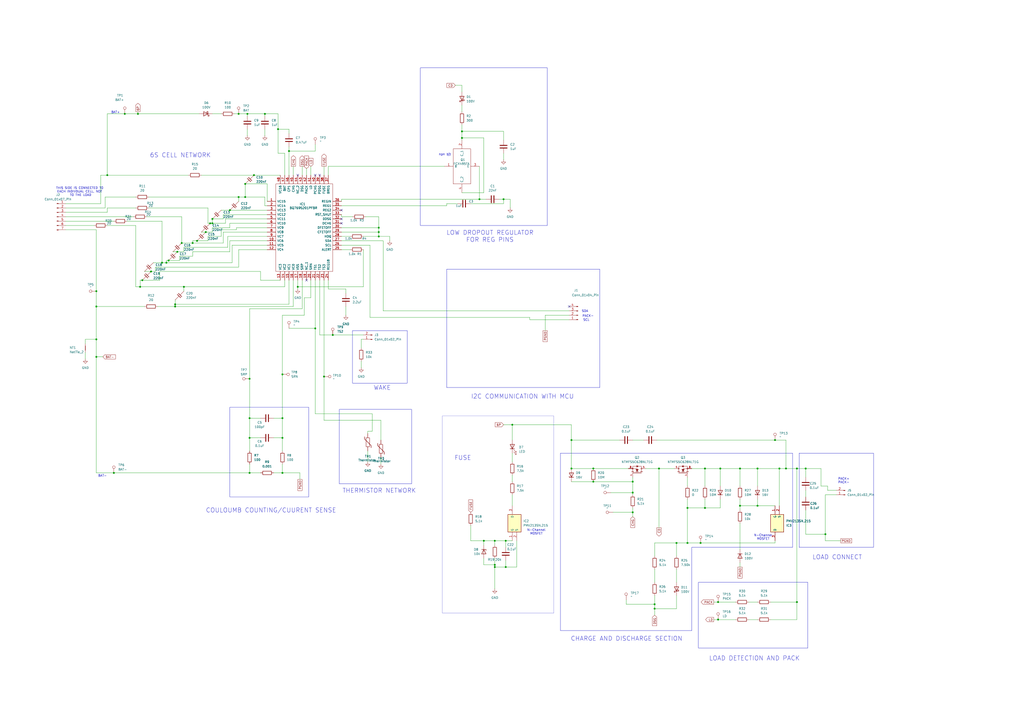
<source format=kicad_sch>
(kicad_sch (version 20250114) (generator "eeschema") (generator_version "9.0")
  (paper "A2")
  (lib_symbols
    (symbol "BQ7695201PFBR:BQ7695201PFBR" (pin_names (offset 0.762))
      (property "Reference" "IC1" (at 20.574 -1.524 0))
      (property "Value" "BQ7695201PFBR" (at 21.082 -3.81 0))
      (symbol "BQ7695201PFBR_0_0"
        (pin passive line (at 0 0 0) (length 5.08) (name "VC15") (number "1"))
        (pin passive line (at 0 -2.54 0) (length 5.08) (name "VC14") (number "2"))
        (pin passive line (at 0 -5.08 0) (length 5.08) (name "VC13") (number "3"))
        (pin passive line (at 0 -7.62 0) (length 5.08) (name "VC12") (number "4"))
        (pin passive line (at 0 -10.16 0) (length 5.08) (name "VC11") (number "5"))
        (pin passive line (at 0 -12.7 0) (length 5.08) (name "VC10") (number "6"))
        (pin passive line (at 0 -15.24 0) (length 5.08) (name "VC9") (number "7"))
        (pin passive line (at 0 -17.78 0) (length 5.08) (name "VC8") (number "8"))
        (pin passive line (at 0 -20.32 0) (length 5.08) (name "VC7") (number "9"))
        (pin passive line (at 0 -22.86 0) (length 5.08) (name "VC6") (number "10"))
        (pin passive line (at 0 -25.4 0) (length 5.08) (name "VC5") (number "11"))
        (pin passive line (at 0 -27.94 0) (length 5.08) (name "VC4") (number "12"))
        (pin passive line (at 7.62 15.24 270) (length 5.08) (name "VC16") (number "48"))
        (pin passive line (at 7.62 -45.72 90) (length 5.08) (name "VC3") (number "13"))
        (pin passive line (at 10.16 15.24 270) (length 5.08) (name "BAT") (number "47"))
        (pin passive line (at 10.16 -45.72 90) (length 5.08) (name "VC2") (number "14"))
        (pin passive line (at 12.7 15.24 270) (length 5.08) (name "CP1") (number "46"))
        (pin passive line (at 12.7 -45.72 90) (length 5.08) (name "VC1") (number "15"))
        (pin passive line (at 15.24 15.24 270) (length 5.08) (name "CHG") (number "45"))
        (pin passive line (at 15.24 -45.72 90) (length 5.08) (name "VC0") (number "16"))
        (pin passive line (at 17.78 15.24 270) (length 5.08) (name "NC_2") (number "44"))
        (pin passive line (at 17.78 -45.72 90) (length 5.08) (name "VSS") (number "17"))
        (pin passive line (at 20.32 15.24 270) (length 5.08) (name "DSG") (number "43"))
        (pin passive line (at 20.32 -45.72 90) (length 5.08) (name "SRP") (number "18"))
        (pin passive line (at 22.86 15.24 270) (length 5.08) (name "PACK") (number "42"))
        (pin passive line (at 22.86 -45.72 90) (length 5.08) (name "NC_1") (number "19"))
        (pin passive line (at 25.4 15.24 270) (length 5.08) (name "LD") (number "41"))
        (pin passive line (at 25.4 -45.72 90) (length 5.08) (name "SRN") (number "20"))
        (pin passive line (at 27.94 15.24 270) (length 5.08) (name "PCHG") (number "40"))
        (pin passive line (at 27.94 -45.72 90) (length 5.08) (name "TS1") (number "21"))
        (pin passive line (at 30.48 15.24 270) (length 5.08) (name "PDSG") (number "39"))
        (pin passive line (at 30.48 -45.72 90) (length 5.08) (name "TS2") (number "22"))
        (pin passive line (at 33.02 15.24 270) (length 5.08) (name "FUSE") (number "38"))
        (pin passive line (at 33.02 -45.72 90) (length 5.08) (name "TS3") (number "23"))
        (pin passive line (at 35.56 15.24 270) (length 5.08) (name "BREG") (number "37"))
        (pin passive line (at 35.56 -45.72 90) (length 5.08) (name "REG18") (number "24"))
        (pin passive line (at 43.18 0 180) (length 5.08) (name "REGIN") (number "36"))
        (pin passive line (at 43.18 -5.08 180) (length 5.08) (name "REG2") (number "34"))
        (pin passive line (at 43.18 -7.62 180) (length 5.08) (name "RST_SHUT") (number "33"))
        (pin passive line (at 43.18 -10.16 180) (length 5.08) (name "DDSG") (number "32"))
        (pin passive line (at 43.18 -12.7 180) (length 5.08) (name "DCHG") (number "31"))
        (pin passive line (at 43.18 -15.24 180) (length 5.08) (name "DFETOFF") (number "30"))
        (pin passive line (at 43.18 -17.78 180) (length 5.08) (name "CFETOFF") (number "29"))
        (pin passive line (at 43.18 -20.32 180) (length 5.08) (name "HDQ") (number "28"))
        (pin passive line (at 43.18 -22.86 180) (length 5.08) (name "SDA") (number "27"))
        (pin passive line (at 43.18 -25.4 180) (length 5.08) (name "SCL") (number "26"))
        (pin passive line (at 43.18 -27.94 180) (length 5.08) (name "ALERT") (number "25"))
      )
      (symbol "BQ7695201PFBR_1_0"
        (pin power_out line (at 43.18 -2.54 180) (length 5.08) (name "REG1") (number "35"))
      )
    )
    (symbol "Connector:Conn_01x02_Pin" (pin_names (offset 1.016) (hide yes))
      (property "Reference" "J" (at 0 2.54 0))
      (property "Value" "Conn_01x02_Pin" (at 0 -5.08 0))
      (symbol "Conn_01x02_Pin_1_1"
        (pin passive line (at 5.08 0 180) (length 3.81) (name "Pin_1") (number "1"))
        (pin passive line (at 5.08 -2.54 180) (length 3.81) (name "Pin_2") (number "2"))
      )
    )
    (symbol "Connector:Conn_01x04_Pin" (pin_names (offset 1.016) (hide yes))
      (property "Reference" "J" (at 0 5.08 0))
      (property "Value" "Conn_01x04_Pin" (at 0 -7.62 0))
      (symbol "Conn_01x04_Pin_1_1"
        (pin passive line (at 5.08 2.54 180) (length 3.81) (name "Pin_1") (number "1"))
        (pin passive line (at 5.08 0 180) (length 3.81) (name "Pin_2") (number "2"))
        (pin passive line (at 5.08 -2.54 180) (length 3.81) (name "Pin_3") (number "3"))
        (pin passive line (at 5.08 -5.08 180) (length 3.81) (name "Pin_4") (number "4"))
      )
    )
    (symbol "Connector:Conn_01x07_Pin" (pin_names (offset 1.016) (hide yes))
      (property "Reference" "J" (at 0 10.16 0))
      (property "Value" "Conn_01x07_Pin" (at 0 -10.16 0))
      (symbol "Conn_01x07_Pin_1_1"
        (pin passive line (at 5.08 7.62 180) (length 3.81) (name "Pin_1") (number "1"))
        (pin passive line (at 5.08 5.08 180) (length 3.81) (name "Pin_2") (number "2"))
        (pin passive line (at 5.08 2.54 180) (length 3.81) (name "Pin_3") (number "3"))
        (pin passive line (at 5.08 0 180) (length 3.81) (name "Pin_4") (number "4"))
        (pin passive line (at 5.08 -2.54 180) (length 3.81) (name "Pin_5") (number "5"))
        (pin passive line (at 5.08 -5.08 180) (length 3.81) (name "Pin_6") (number "6"))
        (pin passive line (at 5.08 -7.62 180) (length 3.81) (name "Pin_7") (number "7"))
      )
    )
    (symbol "Connector:TestPoint" (pin_numbers (hide yes)) (pin_names (offset 0.762) (hide yes))
      (property "Reference" "TP" (at 0 6.858 0))
      (property "Value" "TestPoint" (at 0 5.08 0))
      (symbol "TestPoint_1_1"
        (pin passive line (at 0 0 90) (length 2.54) (name "1") (number "1"))
      )
    )
    (symbol "D_Schottky_1" (pin_numbers (hide yes)) (pin_names (offset 1.016) (hide yes))
      (property "Reference" "D6" (at -0.3175 -6.35 0))
      (property "Value" "100V" (at -0.3175 -3.81 0))
      (symbol "D_Schottky_1_1_1"
        (pin passive line (at -3.81 0 0) (length 2.54) (name "K") (number "5"))
        (pin passive line (at 3.81 0 180) (length 2.54) (name "A") (number "2"))
      )
    )
    (symbol "D_Schottky_2" (pin_numbers (hide yes)) (pin_names (offset 1.016) (hide yes))
      (property "Reference" "D1" (at 0.9526 -2.54 90))
      (property "Value" "100V" (at -1.5874 -2.54 90))
      (symbol "D_Schottky_2_1_1"
        (pin passive line (at -3.81 0 0) (length 2.54) (name "K") (number "5"))
        (pin passive line (at 3.81 0 180) (length 2.54) (name "A") (number "2"))
      )
    )
    (symbol "Device:C" (pin_numbers (hide yes)) (pin_names (offset 0.254))
      (property "Reference" "C" (at 0.635 2.54 0))
      (property "Value" "C" (at 0.635 -2.54 0))
      (symbol "C_1_1"
        (pin passive line (at 0 3.81 270) (length 2.794) (name "~") (number "1"))
        (pin passive line (at 0 -3.81 90) (length 2.794) (name "~") (number "2"))
      )
    )
    (symbol "Device:C_45deg" (pin_numbers (hide yes)) (pin_names (offset 0))
      (property "Reference" "C" (at 3.81 2.54 0))
      (property "Value" "C_45deg" (at 6.35 0 0))
      (symbol "C_45deg_1_1"
        (pin passive line (at -2.54 2.54 0) (length 0) (name "~") (number "2"))
        (pin passive line (at 2.54 -2.54 180) (length 0) (name "~") (number "1"))
      )
    )
    (symbol "Device:D" (pin_numbers (hide yes)) (pin_names (offset 1.016) (hide yes))
      (property "Reference" "D12" (at -1.2701 2.54 90))
      (property "Value" "100V" (at 1.2699 2.54 90))
      (symbol "D_1_1"
        (pin passive line (at -3.81 0 0) (length 2.54) (name "K") (number "5"))
        (pin passive line (at 3.81 0 180) (length 2.54) (name "A") (number "2"))
      )
    )
    (symbol "Device:D_Schottky" (pin_numbers (hide yes)) (pin_names (offset 1.016) (hide yes))
      (property "Reference" "D11" (at 0.9526 -2.54 90))
      (property "Value" "100V" (at -1.5874 -2.54 90))
      (symbol "D_Schottky_1_1"
        (pin passive line (at -3.81 0 0) (length 2.54) (name "K") (number "5"))
        (pin passive line (at 3.81 0 180) (length 2.54) (name "A") (number "2"))
      )
    )
    (symbol "Device:D_Zener" (pin_numbers (hide yes)) (pin_names (offset 1.016) (hide yes))
      (property "Reference" "D" (at 0 2.54 0))
      (property "Value" "D_Zener" (at 0 -2.54 0))
      (symbol "D_Zener_1_1"
        (pin passive line (at -3.81 0 0) (length 2.54) (name "K") (number "1"))
        (pin passive line (at 3.81 0 180) (length 2.54) (name "A") (number "2"))
      )
    )
    (symbol "Device:LED" (pin_numbers (hide yes)) (pin_names (offset 1.016) (hide yes))
      (property "Reference" "D" (at 0 2.54 0))
      (property "Value" "LED" (at 0 -2.54 0))
      (symbol "LED_1_1"
        (pin passive line (at -3.81 0 0) (length 2.54) (name "K") (number "1"))
        (pin passive line (at 3.81 0 180) (length 2.54) (name "A") (number "2"))
      )
    )
    (symbol "Device:NetTie_2" (pin_numbers (hide yes)) (pin_names (offset 0) (hide yes)) (in_bom no)
      (property "Reference" "NT" (at 0 1.27 0))
      (property "Value" "NetTie_2" (at 0 -1.27 0))
      (symbol "NetTie_2_1_1"
        (pin passive line (at -2.54 0 0) (length 2.54) (name "1") (number "1"))
        (pin passive line (at 2.54 0 180) (length 2.54) (name "2") (number "2"))
      )
    )
    (symbol "Device:R" (pin_numbers (hide yes)) (pin_names (offset 0))
      (property "Reference" "R" (at 2.032 0 90))
      (property "Value" "R" (at 0 0 90))
      (symbol "R_1_1"
        (pin passive line (at 0 3.81 270) (length 1.27) (name "~") (number "1"))
        (pin passive line (at 0 -3.81 90) (length 1.27) (name "~") (number "2"))
      )
    )
    (symbol "Device:Thermistor" (pin_numbers (hide yes)) (pin_names (offset 0))
      (property "Reference" "TH" (at 2.54 1.27 90))
      (property "Value" "Thermistor" (at -2.54 0 90))
      (symbol "Thermistor_1_1"
        (pin passive line (at 0 5.08 270) (length 2.54) (name "~") (number "1"))
        (pin passive line (at 0 -5.08 90) (length 2.54) (name "~") (number "2"))
      )
    )
    (symbol "FCX495TA:FCX495TA" (pin_names (offset 0.762))
      (property "Reference" "Q" (at 16.51 15.24 0))
      (property "Value" "FCX495TA" (at 16.51 12.7 0))
      (symbol "FCX495TA_0_0"
        (pin passive line (at 0 0 0) (length 5.08) (name "B") (number "1"))
        (pin passive line (at 10.16 15.24 270) (length 5.08) (name "C_2") (number "4"))
        (pin passive line (at 10.16 -15.24 90) (length 5.08) (name "C_1") (number "2"))
        (pin passive line (at 20.32 0 180) (length 5.08) (name "E") (number "3"))
      )
    )
    (symbol "NTMFS5C628NLT1G:NTMFS5C628NLT1G" (pin_names (offset 1.016))
      (property "Reference" "Q" (at -11.43 2.54 0))
      (property "Value" "NTMFS5C628NLT1G" (at -11.43 -7.62 0))
      (symbol "NTMFS5C628NLT1G_0_0"
        (pin passive line (at -5.08 -2.54 0) (length 2.54) (name "~") (number "4"))
        (pin passive line (at 0 5.08 270) (length 2.54) (name "~") (number "5"))
        (pin passive line (at 0 -5.08 90) (length 2.54) (name "~") (number "1"))
        (pin passive line (at 0 -5.08 90) (length 2.54) (name "~") (number "2"))
        (pin passive line (at 0 -5.08 90) (length 2.54) (name "~") (number "3"))
      )
    )
    (symbol "PMV213SN_215:PMV213SN,215"
      (property "Reference" "IC" (at 16.51 7.62 0))
      (property "Value" "PMV213SN,215" (at 16.51 5.08 0))
      (symbol "PMV213SN,215_1_1"
        (pin passive line (at 0 0 0) (length 5.08) (name "G") (number "1"))
        (pin passive line (at 0 -2.54 0) (length 5.08) (name "S") (number "2"))
        (pin passive line (at 20.32 0 180) (length 5.08) (name "D") (number "3"))
      )
    )
    (symbol "power:GND" (power) (pin_numbers (hide yes)) (pin_names (offset 0) (hide yes))
      (property "Value" "GND" (at 0 -3.81 0))
      (symbol "GND_1_1"
        (pin power_in line (at 0 0 270) (length 0) (name "~") (number "1"))
      )
    )
  )
  (rectangle (start 133.35 236.22) (end 179.07 288.29))
  (rectangle (start 256.54 241.3) (end 321.31 355.6) (stroke (width 0.0762)))
  (rectangle (start 259.08 156.21) (end 347.98 224.79))
  (rectangle (start 204.47 191.77) (end 236.22 222.25))
  (rectangle (start 243.84 39.37) (end 317.5 130.81))
  (rectangle (start 405.13 337.82) (end 468.63 375.92))
  (rectangle (start 463.55 262.89) (end 506.73 317.5))
  (rectangle (start 196.85 237.49) (end 238.76 280.67))
  (text "LOAD DETECTION AND PACK" (at 437.642 382.016 0) (effects (font (size 2.54 2.54))))
  (text "WAKE" (at 221.742 225.044 0) (effects (font (size 2.54 2.54))))
  (text "SDA" (at 339.344 180.594 0) (effects (font (size 1.27 1.27))))
  (text "N-Channel\nMOSFET" (at 311.15 308.61 0) (effects (font (size 1.27 1.27))))
  (text "THIS SIDE IS CONNECTED TO \nEACH INDIVDUAL CELL, NOT \nTO THE LOAD" (at 46.736 111.252 0) (effects (font (size 1.27 1.27))))
  (text "PACK-" (at 341.122 183.388 0) (effects (font (size 1.27 1.27))))
  (text "FUSE" (at 268.478 265.684 0) (effects (font (size 2.54 2.54))))
  (text "THERMISTOR NETWORK" (at 219.964 284.734 0) (effects (font (size 2.54 2.54))))
  (text "BAT+" (at 67.056 65.278 0) (effects (font (size 1.27 1.27))))
  (text "COULOUMB COUNTING/CUURENT SENSE\n" (at 157.226 296.164 0) (effects (font (size 2.54 2.54))))
  (text "6S CELL NETWORK" (at 104.648 90.17 0) (effects (font (size 2.54 2.54))))
  (text "CHARGE AND DISCHARGE SECTION" (at 363.474 370.586 0) (effects (font (size 2.54 2.54))))
  (text "BAT-" (at 59.436 276.098 0) (effects (font (size 1.27 1.27))))
  (text "N-Channel\nMOSFET" (at 442.722 311.658 0) (effects (font (size 1.27 1.27))))
  (text "I2C COMMUNICATION WITH MCU" (at 303.022 230.124 0) (effects (font (size 2.54 2.54))))
  (text "PACK+\nPACK-\n" (at 489.458 278.892 0) (effects (font (size 1.27 1.27))))
  (text "LOAD CONNECT" (at 485.648 323.342 0) (effects (font (size 2.54 2.54))))
  (text "LOW DROPOUT REGULATOR\nFOR REG PINS" (at 284.226 137.16 0) (effects (font (size 2.54 2.54))))
  (text "npn bjt" (at 258.064 89.662 0) (effects (font (size 1.27 1.27))))
  (text "SCL" (at 340.106 185.674 0) (effects (font (size 1.27 1.27))))
  (junction (at 163.83 254))
  (junction (at 293.37 313.69))
  (junction (at 144.78 242.57))
  (junction (at 219.71 134.62))
  (junction (at 367.03 285.75))
  (junction (at 142.24 106.68))
  (junction (at 462.28 271.78))
  (junction (at 55.88 196.85))
  (junction (at 101.6 176.53))
  (junction (at 429.26 293.37))
  (junction (at 102.87 146.05))
  (junction (at 379.73 350.52))
  (junction (at 182.88 190.5))
  (junction (at 287.02 313.69))
  (junction (at 331.47 255.27))
  (junction (at 293.37 328.93))
  (junction (at 379.73 353.06))
  (junction (at 439.42 293.37))
  (junction (at 344.17 279.4))
  (junction (at 287.02 327.66))
  (junction (at 81.28 166.37))
  (junction (at 219.71 132.08))
  (junction (at 219.71 137.16))
  (junction (at 123.19 129.54))
  (junction (at 193.04 194.31))
  (junction (at 408.94 294.64))
  (junction (at 121.92 129.54))
  (junction (at 331.47 271.78))
  (junction (at 87.63 157.48))
  (junction (at 292.1 115.57))
  (junction (at 147.32 101.6))
  (junction (at 406.4 314.96))
  (junction (at 80.01 66.04))
  (junction (at 163.83 274.32))
  (junction (at 367.03 297.18))
  (junction (at 105.41 140.97))
  (junction (at 367.03 279.4))
  (junction (at 106.68 166.37))
  (junction (at 55.88 207.01))
  (junction (at 93.98 152.4))
  (junction (at 344.17 271.78))
  (junction (at 72.39 66.04))
  (junction (at 62.23 101.6))
  (junction (at 416.56 359.41))
  (junction (at 96.52 152.4))
  (junction (at 138.43 66.04))
  (junction (at 452.12 271.78))
  (junction (at 119.38 134.62))
  (junction (at 478.79 309.88))
  (junction (at 467.36 271.78))
  (junction (at 163.83 217.17))
  (junction (at 111.76 140.97))
  (junction (at 82.55 162.56))
  (junction (at 267.97 80.01))
  (junction (at 167.64 87.63))
  (junction (at 392.43 314.96))
  (junction (at 455.93 271.78))
  (junction (at 138.43 114.3))
  (junction (at 382.27 271.78))
  (junction (at 287.02 328.93))
  (junction (at 187.96 218.44))
  (junction (at 55.88 177.8))
  (junction (at 278.13 115.57))
  (junction (at 163.83 242.57))
  (junction (at 417.83 271.78))
  (junction (at 172.72 166.37))
  (junction (at 66.04 274.32))
  (junction (at 101.6 177.8))
  (junction (at 123.19 127))
  (junction (at 398.78 314.96))
  (junction (at 143.51 66.04))
  (junction (at 416.56 349.25))
  (junction (at 398.78 294.64))
  (junction (at 439.42 271.78))
  (junction (at 297.18 246.38))
  (junction (at 144.78 274.32))
  (junction (at 97.79 151.13))
  (junction (at 161.29 74.93))
  (junction (at 144.78 219.71))
  (junction (at 449.58 255.27))
  (junction (at 280.67 313.69))
  (junction (at 429.26 271.78))
  (junction (at 408.94 271.78))
  (junction (at 133.35 121.92))
  (junction (at 144.78 254))
  (junction (at 142.24 114.3))
  (junction (at 462.28 349.25))
  (junction (at 114.3 139.7))
  (junction (at 267.97 76.2))
  (junction (at 55.88 168.91))
  (junction (at 153.67 66.04))
  (no_connect (at 185.42 101.6))
  (no_connect (at 182.88 101.6))
  (no_connect (at 330.2 177.8))
  (no_connect (at 177.8 162.56))
  (no_connect (at 172.72 101.6))
  (no_connect (at 198.12 129.54))
  (no_connect (at 198.12 121.92))
  (no_connect (at 198.12 127))
  (wire (pts (xy 434.34 349.25) (xy 439.42 349.25)))
  (wire (pts (xy 58.42 101.6) (xy 58.42 118.11)))
  (wire (pts (xy 214.63 184.15) (xy 307.34 184.15)))
  (wire (pts (xy 198.12 134.62) (xy 219.71 134.62)))
  (wire (pts (xy 354.33 285.75) (xy 367.03 285.75)))
  (wire (pts (xy 88.9 152.4) (xy 93.98 152.4)))
  (polyline (pts (xy 459.74 317.5) (xy 401.32 317.5)))
  (wire (pts (xy 73.66 128.27) (xy 93.98 128.27)))
  (wire (pts (xy 198.12 115.57) (xy 278.13 115.57)))
  (wire (pts (xy 406.4 314.96) (xy 449.58 314.96)))
  (wire (pts (xy 379.73 353.06) (xy 392.43 353.06)))
  (wire (pts (xy 163.83 274.32) (xy 173.99 274.32)))
  (wire (pts (xy 120.65 139.7) (xy 120.65 137.16)))
  (wire (pts (xy 467.36 309.88) (xy 467.36 295.91)))
  (wire (pts (xy 367.03 279.4) (xy 367.03 285.75)))
  (wire (pts (xy 163.83 242.57) (xy 163.83 254)))
  (wire (pts (xy 167.64 87.63) (xy 182.88 87.63)))
  (wire (pts (xy 116.84 134.62) (xy 119.38 134.62)))
  (wire (pts (xy 198.12 137.16) (xy 203.2 137.16)))
  (wire (pts (xy 144.78 179.07) (xy 144.78 219.71)))
  (wire (pts (xy 210.82 137.16) (xy 219.71 137.16)))
  (wire (pts (xy 408.94 271.78) (xy 417.83 271.78)))
  (wire (pts (xy 165.1 162.56) (xy 165.1 166.37)))
  (wire (pts (xy 267.97 53.34) (xy 267.97 49.53)))
  (wire (pts (xy 138.43 154.94) (xy 138.43 144.78)))
  (wire (pts (xy 363.22 350.52) (xy 379.73 350.52)))
  (wire (pts (xy 273.05 304.8) (xy 273.05 313.69)))
  (wire (pts (xy 478.79 287.02) (xy 485.14 287.02)))
  (wire (pts (xy 144.78 242.57) (xy 144.78 254)))
  (wire (pts (xy 190.5 101.6) (xy 190.5 96.52)))
  (wire (pts (xy 429.26 293.37) (xy 429.26 295.91)))
  (wire (pts (xy 316.23 182.88) (xy 330.2 182.88)))
  (wire (pts (xy 480.06 281.94) (xy 480.06 284.48)))
  (wire (pts (xy 379.73 353.06) (xy 379.73 356.87)))
  (wire (pts (xy 120.65 137.16) (xy 128.27 137.16)))
  (wire (pts (xy 200.66 167.64) (xy 200.66 170.18)))
  (wire (pts (xy 200.66 167.64) (xy 190.5 167.64)))
  (wire (pts (xy 414.02 359.41) (xy 416.56 359.41)))
  (wire (pts (xy 367.03 285.75) (xy 367.03 287.02)))
  (wire (pts (xy 158.75 242.57) (xy 163.83 242.57)))
  (wire (pts (xy 96.52 152.4) (xy 93.98 152.4)))
  (wire (pts (xy 295.91 115.57) (xy 295.91 120.65)))
  (wire (pts (xy 267.97 72.39) (xy 267.97 76.2)))
  (wire (pts (xy 123.19 132.08) (xy 133.35 132.08)))
  (wire (pts (xy 172.72 166.37) (xy 210.82 166.37)))
  (wire (pts (xy 114.3 139.7) (xy 111.76 139.7)))
  (wire (pts (xy 392.43 314.96) (xy 392.43 322.58)))
  (wire (pts (xy 101.6 177.8) (xy 170.18 177.8)))
  (wire (pts (xy 144.78 179.07) (xy 175.26 179.07)))
  (wire (pts (xy 133.35 132.08) (xy 133.35 129.54)))
  (wire (pts (xy 154.94 106.68) (xy 154.94 116.84)))
  (wire (pts (xy 151.13 157.48) (xy 151.13 162.56)))
  (wire (pts (xy 417.83 289.56) (xy 417.83 294.64)))
  (wire (pts (xy 292.1 81.28) (xy 292.1 76.2)))
  (wire (pts (xy 200.66 177.8) (xy 200.66 182.88)))
  (wire (pts (xy 267.97 60.96) (xy 267.97 64.77)))
  (wire (pts (xy 106.68 166.37) (xy 106.68 168.91)))
  (wire (pts (xy 55.88 177.8) (xy 83.82 177.8)))
  (wire (pts (xy 158.75 254) (xy 163.83 254)))
  (wire (pts (xy 49.53 204.47) (xy 49.53 208.28)))
  (wire (pts (xy 49.53 196.85) (xy 49.53 199.39)))
  (polyline (pts (xy 325.12 262.89) (xy 325.12 365.76)))
  (wire (pts (xy 86.36 114.3) (xy 138.43 114.3)))
  (wire (pts (xy 175.26 162.56) (xy 175.26 179.07)))
  (wire (pts (xy 55.88 207.01) (xy 59.69 207.01)))
  (wire (pts (xy 187.96 218.44) (xy 187.96 162.56)))
  (wire (pts (xy 212.09 125.73) (xy 219.71 125.73)))
  (wire (pts (xy 72.39 66.04) (xy 62.23 66.04)))
  (wire (pts (xy 287.02 323.85) (xy 287.02 327.66)))
  (wire (pts (xy 382.27 271.78) (xy 382.27 306.07)))
  (wire (pts (xy 209.55 196.85) (xy 209.55 201.93)))
  (wire (pts (xy 129.54 134.62) (xy 154.94 134.62)))
  (wire (pts (xy 142.24 114.3) (xy 153.67 114.3)))
  (wire (pts (xy 398.78 294.64) (xy 408.94 294.64)))
  (wire (pts (xy 92.71 157.48) (xy 151.13 157.48)))
  (wire (pts (xy 172.72 166.37) (xy 172.72 162.56)))
  (wire (pts (xy 142.24 106.68) (xy 142.24 114.3)))
  (wire (pts (xy 293.37 328.93) (xy 299.72 328.93)))
  (wire (pts (xy 398.78 289.56) (xy 398.78 294.64)))
  (wire (pts (xy 331.47 279.4) (xy 344.17 279.4)))
  (wire (pts (xy 144.78 242.57) (xy 151.13 242.57)))
  (wire (pts (xy 417.83 271.78) (xy 417.83 281.94)))
  (wire (pts (xy 81.28 166.37) (xy 78.74 166.37)))
  (wire (pts (xy 259.08 118.11) (xy 259.08 119.38)))
  (wire (pts (xy 293.37 325.12) (xy 293.37 328.93)))
  (wire (pts (xy 292.1 88.9) (xy 292.1 92.71)))
  (wire (pts (xy 382.27 271.78) (xy 391.16 271.78)))
  (wire (pts (xy 62.23 123.19) (xy 38.1 123.19)))
  (wire (pts (xy 289.56 115.57) (xy 292.1 115.57)))
  (wire (pts (xy 128.27 133.35) (xy 137.16 133.35)))
  (wire (pts (xy 198.12 115.57) (xy 198.12 116.84)))
  (wire (pts (xy 132.08 143.51) (xy 132.08 137.16)))
  (wire (pts (xy 115.57 66.04) (xy 80.01 66.04)))
  (wire (pts (xy 331.47 255.27) (xy 359.41 255.27)))
  (wire (pts (xy 165.1 88.9) (xy 161.29 88.9)))
  (wire (pts (xy 82.55 162.56) (xy 81.28 162.56)))
  (wire (pts (xy 398.78 314.96) (xy 392.43 314.96)))
  (wire (pts (xy 170.18 162.56) (xy 170.18 177.8)))
  (wire (pts (xy 287.02 313.69) (xy 280.67 313.69)))
  (wire (pts (xy 90.17 157.48) (xy 90.17 154.94)))
  (wire (pts (xy 219.71 134.62) (xy 219.71 137.16)))
  (wire (pts (xy 111.76 139.7) (xy 111.76 140.97)))
  (wire (pts (xy 55.88 133.35) (xy 55.88 168.91)))
  (wire (pts (xy 167.64 77.47) (xy 167.64 74.93)))
  (wire (pts (xy 185.42 162.56) (xy 185.42 194.31)))
  (wire (pts (xy 467.36 271.78) (xy 476.25 271.78)))
  (wire (pts (xy 259.08 118.11) (xy 265.43 118.11)))
  (wire (pts (xy 478.79 309.88) (xy 478.79 313.69)))
  (wire (pts (xy 452.12 271.78) (xy 452.12 293.37)))
  (wire (pts (xy 287.02 328.93) (xy 293.37 328.93)))
  (wire (pts (xy 82.55 162.56) (xy 92.71 162.56)))
  (wire (pts (xy 153.67 114.3) (xy 153.67 119.38)))
  (wire (pts (xy 292.1 115.57) (xy 292.1 118.11)))
  (wire (pts (xy 485.14 284.48) (xy 480.06 284.48)))
  (wire (pts (xy 379.73 314.96) (xy 379.73 322.58)))
  (wire (pts (xy 293.37 313.69) (xy 287.02 313.69)))
  (wire (pts (xy 180.34 162.56) (xy 180.34 172.72)))
  (wire (pts (xy 215.9 240.03) (xy 215.9 250.19)))
  (wire (pts (xy 381 255.27) (xy 449.58 255.27)))
  (wire (pts (xy 355.6 297.18) (xy 367.03 297.18)))
  (wire (pts (xy 83.82 157.48) (xy 87.63 157.48)))
  (wire (pts (xy 129.54 134.62) (xy 129.54 140.97)))
  (wire (pts (xy 144.78 219.71) (xy 144.78 242.57)))
  (wire (pts (xy 267.97 80.01) (xy 267.97 81.28)))
  (wire (pts (xy 92.71 162.56) (xy 92.71 157.48)))
  (wire (pts (xy 198.12 144.78) (xy 203.2 144.78)))
  (wire (pts (xy 198.12 142.24) (xy 214.63 142.24)))
  (wire (pts (xy 143.51 66.04) (xy 143.51 67.31)))
  (wire (pts (xy 101.6 173.99) (xy 101.6 176.53)))
  (wire (pts (xy 331.47 255.27) (xy 331.47 271.78)))
  (wire (pts (xy 392.43 345.44) (xy 392.43 353.06)))
  (wire (pts (xy 287.02 313.69) (xy 287.02 316.23)))
  (wire (pts (xy 106.68 143.51) (xy 132.08 143.51)))
  (polyline (pts (xy 401.32 317.5) (xy 401.32 365.76)))
  (wire (pts (xy 220.98 243.84) (xy 220.98 255.27)))
  (wire (pts (xy 55.88 196.85) (xy 49.53 196.85)))
  (wire (pts (xy 219.71 125.73) (xy 219.71 132.08)))
  (wire (pts (xy 429.26 303.53) (xy 429.26 318.77)))
  (wire (pts (xy 462.28 349.25) (xy 462.28 359.41)))
  (wire (pts (xy 154.94 127) (xy 130.81 127)))
  (wire (pts (xy 363.22 347.98) (xy 363.22 350.52)))
  (wire (pts (xy 210.82 144.78) (xy 210.82 166.37)))
  (wire (pts (xy 111.76 140.97) (xy 105.41 140.97)))
  (wire (pts (xy 60.96 114.3) (xy 60.96 120.65)))
  (wire (pts (xy 114.3 139.7) (xy 120.65 139.7)))
  (wire (pts (xy 38.1 125.73) (xy 77.47 125.73)))
  (wire (pts (xy 273.05 118.11) (xy 292.1 118.11)))
  (wire (pts (xy 379.73 330.2) (xy 379.73 337.82)))
  (wire (pts (xy 280.67 313.69) (xy 273.05 313.69)))
  (wire (pts (xy 111.76 148.59) (xy 111.76 146.05)))
  (wire (pts (xy 316.23 182.88) (xy 316.23 191.77)))
  (wire (pts (xy 299.72 313.69) (xy 299.72 328.93)))
  (wire (pts (xy 392.43 330.2) (xy 392.43 337.82)))
  (wire (pts (xy 374.65 271.78) (xy 382.27 271.78)))
  (wire (pts (xy 439.42 289.56) (xy 439.42 293.37)))
  (wire (pts (xy 106.68 146.05) (xy 106.68 143.51)))
  (wire (pts (xy 331.47 246.38) (xy 331.47 255.27)))
  (polyline (pts (xy 325.12 262.89) (xy 459.74 262.89)))
  (wire (pts (xy 209.55 209.55) (xy 209.55 213.36)))
  (wire (pts (xy 429.26 289.56) (xy 429.26 293.37)))
  (wire (pts (xy 100.33 146.05) (xy 102.87 146.05)))
  (wire (pts (xy 297.18 262.89) (xy 297.18 267.97)))
  (wire (pts (xy 133.35 129.54) (xy 154.94 129.54)))
  (wire (pts (xy 167.64 87.63) (xy 167.64 101.6)))
  (wire (pts (xy 154.94 142.24) (xy 134.62 142.24)))
  (wire (pts (xy 80.01 64.77) (xy 80.01 66.04)))
  (wire (pts (xy 128.27 121.92) (xy 133.35 121.92)))
  (wire (pts (xy 297.18 246.38) (xy 297.18 255.27)))
  (wire (pts (xy 132.08 137.16) (xy 154.94 137.16)))
  (wire (pts (xy 134.62 152.4) (xy 96.52 152.4)))
  (wire (pts (xy 297.18 275.59) (xy 297.18 279.4)))
  (wire (pts (xy 367.03 255.27) (xy 373.38 255.27)))
  (wire (pts (xy 123.19 66.04) (xy 128.27 66.04)))
  (wire (pts (xy 198.12 125.73) (xy 198.12 124.46)))
  (wire (pts (xy 476.25 271.78) (xy 476.25 281.94)))
  (wire (pts (xy 161.29 74.93) (xy 167.64 74.93)))
  (wire (pts (xy 153.67 74.93) (xy 153.67 78.74)))
  (wire (pts (xy 462.28 271.78) (xy 462.28 349.25)))
  (wire (pts (xy 416.56 359.41) (xy 426.72 359.41)))
  (wire (pts (xy 280.67 111.76) (xy 280.67 80.01)))
  (wire (pts (xy 219.71 137.16) (xy 226.06 137.16)))
  (wire (pts (xy 215.9 250.19) (xy 213.36 250.19)))
  (wire (pts (xy 455.93 271.78) (xy 462.28 271.78)))
  (wire (pts (xy 93.98 152.4) (xy 93.98 128.27)))
  (wire (pts (xy 90.17 154.94) (xy 138.43 154.94)))
  (wire (pts (xy 104.14 151.13) (xy 104.14 148.59)))
  (wire (pts (xy 408.94 294.64) (xy 417.83 294.64)))
  (wire (pts (xy 215.9 240.03) (xy 182.88 240.03)))
  (wire (pts (xy 81.28 162.56) (xy 81.28 166.37)))
  (wire (pts (xy 429.26 271.78) (xy 429.26 281.94)))
  (wire (pts (xy 55.88 207.01) (xy 55.88 274.32)))
  (wire (pts (xy 287.02 327.66) (xy 287.02 328.93)))
  (wire (pts (xy 106.68 166.37) (xy 81.28 166.37)))
  (wire (pts (xy 137.16 132.08) (xy 154.94 132.08)))
  (wire (pts (xy 429.26 326.39) (xy 429.26 328.93)))
  (wire (pts (xy 182.88 240.03) (xy 182.88 190.5)))
  (wire (pts (xy 102.87 146.05) (xy 106.68 146.05)))
  (wire (pts (xy 278.13 96.52) (xy 278.13 115.57)))
  (wire (pts (xy 367.03 294.64) (xy 367.03 297.18)))
  (wire (pts (xy 287.02 327.66) (xy 280.67 327.66)))
  (wire (pts (xy 123.19 134.62) (xy 123.19 132.08)))
  (wire (pts (xy 220.98 265.43) (xy 220.98 269.24)))
  (wire (pts (xy 87.63 157.48) (xy 90.17 157.48)))
  (wire (pts (xy 297.18 287.02) (xy 297.18 293.37)))
  (wire (pts (xy 62.23 130.81) (xy 78.74 130.81)))
  (wire (pts (xy 439.42 271.78) (xy 452.12 271.78)))
  (wire (pts (xy 86.36 120.65) (xy 120.65 120.65)))
  (wire (pts (xy 121.92 129.54) (xy 120.65 129.54)))
  (wire (pts (xy 467.36 271.78) (xy 467.36 276.86)))
  (wire (pts (xy 182.88 83.82) (xy 182.88 87.63)))
  (wire (pts (xy 123.19 129.54) (xy 121.92 129.54)))
  (wire (pts (xy 101.6 176.53) (xy 167.64 176.53)))
  (wire (pts (xy 144.78 254) (xy 144.78 261.62)))
  (wire (pts (xy 416.56 349.25) (xy 426.72 349.25)))
  (wire (pts (xy 38.1 118.11) (xy 58.42 118.11)))
  (wire (pts (xy 193.04 194.31) (xy 210.82 194.31)))
  (wire (pts (xy 414.02 349.25) (xy 416.56 349.25)))
  (wire (pts (xy 449.58 314.96) (xy 449.58 313.69)))
  (wire (pts (xy 452.12 271.78) (xy 455.93 271.78)))
  (wire (pts (xy 478.79 313.69) (xy 487.68 313.69)))
  (wire (pts (xy 153.67 66.04) (xy 161.29 66.04)))
  (wire (pts (xy 135.89 66.04) (xy 138.43 66.04)))
  (wire (pts (xy 198.12 132.08) (xy 219.71 132.08)))
  (wire (pts (xy 163.83 254) (xy 163.83 261.62)))
  (wire (pts (xy 55.88 168.91) (xy 55.88 177.8)))
  (wire (pts (xy 292.1 246.38) (xy 297.18 246.38)))
  (wire (pts (xy 180.34 172.72) (xy 176.53 172.72)))
  (wire (pts (xy 101.6 176.53) (xy 101.6 177.8)))
  (polyline (pts (xy 401.32 365.76) (xy 325.12 365.76)))
  (wire (pts (xy 198.12 125.73) (xy 204.47 125.73)))
  (wire (pts (xy 130.81 127) (xy 130.81 129.54)))
  (wire (pts (xy 60.96 120.65) (xy 38.1 120.65)))
  (polyline (pts (xy 459.74 262.89) (xy 459.74 317.5)))
  (wire (pts (xy 128.27 137.16) (xy 128.27 133.35)))
  (wire (pts (xy 331.47 271.78) (xy 344.17 271.78)))
  (wire (pts (xy 143.51 66.04) (xy 153.67 66.04)))
  (wire (pts (xy 80.01 66.04) (xy 72.39 66.04)))
  (wire (pts (xy 379.73 350.52) (xy 379.73 353.06)))
  (wire (pts (xy 198.12 119.38) (xy 259.08 119.38)))
  (wire (pts (xy 220.98 243.84) (xy 187.96 243.84)))
  (wire (pts (xy 213.36 261.62) (xy 213.36 267.97)))
  (wire (pts (xy 158.75 274.32) (xy 163.83 274.32)))
  (wire (pts (xy 167.64 190.5) (xy 182.88 190.5)))
  (wire (pts (xy 439.42 271.78) (xy 439.42 281.94)))
  (wire (pts (xy 297.18 246.38) (xy 331.47 246.38)))
  (wire (pts (xy 133.35 139.7) (xy 154.94 139.7)))
  (wire (pts (xy 297.18 313.69) (xy 293.37 313.69)))
  (wire (pts (xy 214.63 142.24) (xy 214.63 184.15)))
  (wire (pts (xy 198.12 139.7) (xy 222.25 139.7)))
  (wire (pts (xy 66.04 274.32) (xy 55.88 274.32)))
  (wire (pts (xy 58.42 101.6) (xy 62.23 101.6)))
  (wire (pts (xy 398.78 294.64) (xy 398.78 314.96)))
  (wire (pts (xy 123.19 127) (xy 123.19 129.54)))
  (wire (pts (xy 344.17 271.78) (xy 364.49 271.78)))
  (wire (pts (xy 467.36 284.48) (xy 467.36 288.29)))
  (wire (pts (xy 398.78 276.86) (xy 398.78 281.94)))
  (wire (pts (xy 123.19 127) (xy 129.54 127)))
  (wire (pts (xy 144.78 274.32) (xy 151.13 274.32)))
  (wire (pts (xy 151.13 162.56) (xy 162.56 162.56)))
  (wire (pts (xy 222.25 180.34) (xy 222.25 139.7)))
  (wire (pts (xy 78.74 166.37) (xy 78.74 130.81)))
  (wire (pts (xy 292.1 115.57) (xy 295.91 115.57)))
  (wire (pts (xy 226.06 137.16) (xy 226.06 139.7)))
  (wire (pts (xy 130.81 129.54) (xy 123.19 129.54)))
  (wire (pts (xy 38.1 133.35) (xy 55.88 133.35)))
  (wire (pts (xy 280.67 80.01) (xy 267.97 80.01)))
  (wire (pts (xy 167.64 85.09) (xy 167.64 87.63)))
  (wire (pts (xy 180.34 96.52) (xy 180.34 101.6)))
  (wire (pts (xy 163.83 269.24) (xy 163.83 274.32)))
  (wire (pts (xy 144.78 269.24) (xy 144.78 274.32)))
  (wire (pts (xy 187.96 243.84) (xy 187.96 218.44)))
  (wire (pts (xy 176.53 172.72) (xy 176.53 182.88)))
  (wire (pts (xy 267.97 76.2) (xy 267.97 80.01)))
  (wire (pts (xy 455.93 255.27) (xy 455.93 271.78)))
  (wire (pts (xy 111.76 146.05) (xy 133.35 146.05)))
  (wire (pts (xy 144.78 254) (xy 151.13 254)))
  (wire (pts (xy 133.35 146.05) (xy 133.35 139.7)))
  (wire (pts (xy 185.42 194.31) (xy 193.04 194.31)))
  (wire (pts (xy 38.1 130.81) (xy 54.61 130.81)))
  (wire (pts (xy 449.58 255.27) (xy 455.93 255.27)))
  (wire (pts (xy 190.5 96.52) (xy 257.81 96.52)))
  (wire (pts (xy 439.42 293.37) (xy 449.58 293.37)))
  (wire (pts (xy 142.24 106.68) (xy 154.94 106.68)))
  (wire (pts (xy 138.43 66.04) (xy 143.51 66.04)))
  (wire (pts (xy 222.25 180.34) (xy 330.2 180.34)))
  (wire (pts (xy 175.26 96.52) (xy 175.26 101.6)))
  (wire (pts (xy 173.99 274.32) (xy 173.99 278.13)))
  (wire (pts (xy 120.65 129.54) (xy 120.65 120.65)))
  (wire (pts (xy 187.96 96.52) (xy 187.96 101.6)))
  (wire (pts (xy 167.64 176.53) (xy 167.64 162.56)))
  (wire (pts (xy 267.97 76.2) (xy 292.1 76.2)))
  (wire (pts (xy 38.1 128.27) (xy 66.04 128.27)))
  (wire (pts (xy 408.94 289.56) (xy 408.94 294.64)))
  (wire (pts (xy 161.29 66.04) (xy 161.29 74.93)))
  (wire (pts (xy 219.71 132.08) (xy 219.71 134.62)))
  (wire (pts (xy 129.54 127) (xy 129.54 124.46)))
  (wire (pts (xy 138.43 114.3) (xy 138.43 116.84)))
  (wire (pts (xy 97.79 151.13) (xy 104.14 151.13)))
  (wire (pts (xy 62.23 101.6) (xy 109.22 101.6)))
  (wire (pts (xy 379.73 345.44) (xy 379.73 350.52)))
  (wire (pts (xy 137.16 133.35) (xy 137.16 132.08)))
  (wire (pts (xy 280.67 323.85) (xy 280.67 327.66)))
  (wire (pts (xy 62.23 66.04) (xy 62.23 101.6)))
  (wire (pts (xy 138.43 144.78) (xy 154.94 144.78)))
  (wire (pts (xy 129.54 140.97) (xy 111.76 140.97)))
  (wire (pts (xy 170.18 96.52) (xy 170.18 101.6)))
  (wire (pts (xy 97.79 151.13) (xy 96.52 151.13)))
  (wire (pts (xy 119.38 134.62) (xy 123.19 134.62)))
  (wire (pts (xy 163.83 182.88) (xy 163.83 217.17)))
  (wire (pts (xy 408.94 271.78) (xy 408.94 281.94)))
  (wire (pts (xy 264.16 49.53) (xy 267.97 49.53)))
  (wire (pts (xy 417.83 271.78) (xy 429.26 271.78)))
  (wire (pts (xy 104.14 148.59) (xy 111.76 148.59)))
  (wire (pts (xy 462.28 271.78) (xy 467.36 271.78)))
  (wire (pts (xy 434.34 359.41) (xy 439.42 359.41)))
  (wire (pts (xy 105.41 140.97) (xy 105.41 125.73)))
  (wire (pts (xy 392.43 314.96) (xy 379.73 314.96)))
  (wire (pts (xy 367.03 276.86) (xy 367.03 279.4)))
  (wire (pts (xy 78.74 120.65) (xy 62.23 120.65)))
  (wire (pts (xy 307.34 185.42) (xy 307.34 184.15)))
  (wire (pts (xy 144.78 274.32) (xy 66.04 274.32)))
  (wire (pts (xy 153.67 119.38) (xy 154.94 119.38)))
  (wire (pts (xy 147.32 101.6) (xy 162.56 101.6)))
  (wire (pts (xy 344.17 279.4) (xy 367.03 279.4)))
  (wire (pts (xy 398.78 314.96) (xy 406.4 314.96)))
  (wire (pts (xy 190.5 167.64) (xy 190.5 162.56)))
  (wire (pts (xy 280.67 313.69) (xy 280.67 316.23)))
  (wire (pts (xy 55.88 177.8) (xy 55.88 196.85)))
  (wire (pts (xy 153.67 66.04) (xy 153.67 67.31)))
  (wire (pts (xy 163.83 182.88) (xy 176.53 182.88)))
  (wire (pts (xy 429.26 271.78) (xy 439.42 271.78)))
  (wire (pts (xy 62.23 120.65) (xy 62.23 123.19)))
  (wire (pts (xy 293.37 313.69) (xy 293.37 317.5)))
  (wire (pts (xy 172.72 167.64) (xy 172.72 166.37)))
  (wire (pts (xy 55.88 196.85) (xy 55.88 207.01)))
  (wire (pts (xy 429.26 293.37) (xy 439.42 293.37)))
  (wire (pts (xy 60.96 114.3) (xy 78.74 114.3)))
  (wire (pts (xy 287.02 328.93) (xy 287.02 341.63)))
  (wire (pts (xy 307.34 185.42) (xy 330.2 185.42)))
  (wire (pts (xy 143.51 74.93) (xy 143.51 78.74)))
  (wire (pts (xy 91.44 177.8) (xy 101.6 177.8)))
  (wire (pts (xy 154.94 121.92) (xy 133.35 121.92)))
  (wire (pts (xy 182.88 190.5) (xy 182.88 162.56)))
  (wire (pts (xy 129.54 124.46) (xy 154.94 124.46)))
  (wire (pts (xy 138.43 114.3) (xy 142.24 114.3)))
  (wire (pts (xy 177.8 97.79) (xy 177.8 101.6)))
  (wire (pts (xy 447.04 359.41) (xy 462.28 359.41)))
  (wire (pts (xy 467.36 309.88) (xy 478.79 309.88)))
  (wire (pts (xy 165.1 166.37) (xy 106.68 166.37)))
  (wire (pts (xy 165.1 101.6) (xy 165.1 88.9)))
  (wire (pts (xy 210.82 196.85) (xy 209.55 196.85)))
  (wire (pts (xy 267.97 111.76) (xy 280.67 111.76)))
  (wire (pts (xy 85.09 125.73) (xy 105.41 125.73)))
  (wire (pts (xy 478.79 287.02) (xy 478.79 309.88)))
  (wire (pts (xy 367.03 297.18) (xy 367.03 299.72)))
  (wire (pts (xy 116.84 101.6) (xy 147.32 101.6)))
  (wire (pts (xy 476.25 281.94) (xy 480.06 281.94)))
  (wire (pts (xy 134.62 142.24) (xy 134.62 152.4)))
  (wire (pts (xy 161.29 74.93) (xy 161.29 88.9)))
  (wire (pts (xy 96.52 151.13) (xy 96.52 152.4)))
  (wire (pts (xy 213.36 250.19) (xy 213.36 251.46)))
  (wire (pts (xy 447.04 349.25) (xy 462.28 349.25)))
  (wire (pts (xy 281.94 115.57) (xy 278.13 115.57)))
  (wire (pts (xy 163.83 217.17) (xy 163.83 242.57)))
  (wire (pts (xy 401.32 271.78) (xy 408.94 271.78)))
  (global_label "DSG" (shape output) (at 175.26 96.52 90) (property "Intersheetrefs" "${INTERSHEET_REFS}" (effects (hide yes))))
  (global_label "PGND" (shape passive) (at 316.23 191.77 270) (property "Intersheetrefs" "${INTERSHEET_REFS}" (effects (hide yes))))
  (global_label "CD" (shape output) (at 382.27 306.07 270) (property "Intersheetrefs" "${INTERSHEET_REFS}" (effects (hide yes))))
  (global_label "FUSE" (shape input) (at 273.05 297.18 90) (property "Intersheetrefs" "${INTERSHEET_REFS}" (effects (hide yes))))
  (global_label "FUSE" (shape output) (at 187.96 96.52 90) (property "Intersheetrefs" "${INTERSHEET_REFS}" (effects (hide yes))))
  (global_label "DSG" (shape input) (at 379.73 356.87 270) (property "Intersheetrefs" "${INTERSHEET_REFS}" (effects (hide yes))))
  (global_label "PACK" (shape input) (at 177.8 97.79 90) (property "Intersheetrefs" "${INTERSHEET_REFS}" (effects (hide yes))))
  (global_label "6P" (shape input) (at 292.1 246.38 180) (property "Intersheetrefs" "${INTERSHEET_REFS}" (effects (hide yes))))
  (global_label "PGND" (shape passive) (at 429.26 328.93 270) (property "Intersheetrefs" "${INTERSHEET_REFS}" (effects (hide yes))))
  (global_label "PGND" (shape passive) (at 487.68 313.69 0) (property "Intersheetrefs" "${INTERSHEET_REFS}" (effects (hide yes))))
  (global_label "6P" (shape output) (at 80.01 64.77 90) (property "Intersheetrefs" "${INTERSHEET_REFS}" (effects (hide yes))))
  (global_label "PACK" (shape output) (at 414.02 349.25 180) (property "Intersheetrefs" "${INTERSHEET_REFS}" (effects (hide yes))))
  (global_label "PGND" (shape passive) (at 173.99 278.13 270) (property "Intersheetrefs" "${INTERSHEET_REFS}" (effects (hide yes))))
  (global_label "CHG" (shape output) (at 170.18 96.52 90) (property "Intersheetrefs" "${INTERSHEET_REFS}" (effects (hide yes))))
  (global_label "BAT-" (shape input) (at 59.69 207.01 0) (property "Intersheetrefs" "${INTERSHEET_REFS}" (effects (hide yes))))
  (global_label "CD" (shape input) (at 264.16 49.53 180) (property "Intersheetrefs" "${INTERSHEET_REFS}" (effects (hide yes))))
  (global_label "CHG" (shape input) (at 367.03 299.72 270) (property "Intersheetrefs" "${INTERSHEET_REFS}" (effects (hide yes))))
  (global_label "LD" (shape input) (at 180.34 96.52 90) (property "Intersheetrefs" "${INTERSHEET_REFS}" (effects (hide yes))))
  (global_label "LD" (shape output) (at 414.02 359.41 180) (property "Intersheetrefs" "${INTERSHEET_REFS}" (effects (hide yes))))
  (symbol (lib_id "Device:C_45deg") (at 144.78 104.14 90) (unit 1)
    (property "Reference" "C10" (at 148.59 102.8699 90) (effects (justify right)))
    (property "Value" "220nF" (at 148.59 105.4099 90) (effects (justify right)))
    (property "Footprint" "Capacitor_SMD:C_0603_1608Metric_Pad1.08x0.95mm_HandSolder" (effects (hide yes)))
    (property "Description" "Unpolarized capacitor, rotated by 45°" (effects (hide yes)))
  )
  (symbol (lib_id "Connector:Conn_01x04_Pin") (at 335.28 182.88 180) (unit 1)
    (property "Reference" "J1" (at 332.994 168.402 0) (effects (justify right)))
    (property "Value" "Conn_01x04_Pin" (at 331.724 171.196 0) (effects (justify right)))
    (property "Footprint" "Connector_JST:JST_EH_B4B-EH-A_1x04_P2.50mm_Vertical" (effects (hide yes)))
    (property "Description" "Generic connector, single row, 01x04, script generated" (effects (hide yes)))
  )
  (symbol (lib_id "Device:R") (at 87.63 177.8 90) (unit 1)
    (property "Reference" "R12" (at 87.63 171.45 90))
    (property "Value" "20" (at 87.63 173.99 90))
    (property "Footprint" "Resistor_SMD:R_0603_1608Metric_Pad0.98x0.95mm_HandSolder" (effects (hide yes)))
    (property "Description" "Resistor" (effects (hide yes)))
  )
  (symbol (lib_id "power:GND") (at 220.98 269.24 0) (unit 1)
    (property "Reference" "#PWR07" (effects (hide yes)))
    (property "Value" "GND" (at 220.98 274.32 0))
    (property "Description" "Power symbol creates a global label with name \"GND\" , ground" (effects (hide yes)))
  )
  (symbol (lib_id "Device:R") (at 69.85 128.27 90) (unit 1)
    (property "Reference" "R34" (at 74.422 125.476 90))
    (property "Value" "20" (at 74.676 127 90))
    (property "Footprint" "Resistor_SMD:R_0603_1608Metric_Pad0.98x0.95mm_HandSolder" (effects (hide yes)))
    (property "Description" "Resistor" (effects (hide yes)))
  )
  (symbol (lib_id "Device:R") (at 344.17 275.59 0) (unit 1)
    (property "Reference" "R20" (at 346.71 274.3199 0) (effects (justify left)))
    (property "Value" "10M" (at 346.71 276.8599 0) (effects (justify left)))
    (property "Footprint" "Resistor_SMD:R_0603_1608Metric_Pad0.98x0.95mm_HandSolder" (effects (hide yes)))
    (property "Description" "Resistor" (effects (hide yes)))
  )
  (symbol (lib_id "Connector:TestPoint") (at 355.6 297.18 90) (unit 1)
    (property "Reference" "TP11" (at 352.298 293.37 90))
    (property "Value" "~" (at 352.298 294.64 90))
    (property "Footprint" "TestPoint:TestPoint_Pad_D1.0mm" (effects (hide yes)))
    (property "Description" "test point" (effects (hide yes)))
  )
  (symbol (lib_id "PMV213SN_215:PMV213SN,215") (at 449.58 293.37 90) (mirror x) (unit 1)
    (property "Reference" "IC3" (at 455.93 304.8001 90) (effects (justify right)))
    (property "Value" "PMV213SN,215" (at 455.93 302.2601 90) (effects (justify right)))
    (property "Footprint" "PMV213SN,215:SOT95P230X110-3N" (effects (hide yes)))
    (property "Datasheet" "https://assets.nexperia.com/documents/data-sheet/PMV213SN.pdf" (effects (hide yes)))
    (property "Description" "MOSFET TAPE13 PWR-MOS" (effects (hide yes)))
    (property "Height" "1.1" (effects (hide yes)))
    (property "Mouser Part Number" "771-PMV213SN215" (effects (hide yes)))
    (property "Mouser Price/Stock" "https://www.mouser.co.uk/ProductDetail/Nexperia/PMV213SN215?qs=LOCUfHb8d9sH6YyLGIT8fQ%3D%3D" (effects (hide yes)))
    (property "Manufacturer_Name" "Nexperia" (effects (hide yes)))
    (property "Manufacturer_Part_Number" "PMV213SN,215" (effects (hide yes)))
  )
  (symbol (lib_id "Connector:TestPoint") (at 449.58 255.27 0) (unit 1)
    (property "Reference" "TP13" (at 452.12 251.3329 0) (effects (justify left)))
    (property "Value" "~" (at 452.12 253.238 0) (effects (justify left)))
    (property "Footprint" "TestPoint:TestPoint_Pad_D1.0mm" (effects (hide yes)))
    (property "Description" "test point" (effects (hide yes)))
  )
  (symbol (lib_id "Device:R") (at 207.01 137.16 90) (unit 1)
    (property "Reference" "R4" (at 211.328 138.43 90))
    (property "Value" "1.0k" (at 202.184 138.43 90))
    (property "Footprint" "Resistor_SMD:R_0603_1608Metric_Pad0.98x0.95mm_HandSolder" (effects (hide yes)))
    (property "Description" "Resistor" (effects (hide yes)))
  )
  (symbol (lib_id "Device:D_Schottky") (at 392.43 341.63 90) (unit 1)
    (property "Reference" "D11" (at 394.97 340.6774 90) (effects (justify right)))
    (property "Value" "100V" (at 394.97 343.2174 90) (effects (justify right)))
    (property "Footprint" "V5N3M153M3I:V5N3M153M3I" (effects (hide yes)))
    (property "Description" "Schottky diode" (effects (hide yes)))
  )
  (symbol (lib_id "Device:R") (at 144.78 265.43 0) (unit 1)
    (property "Reference" "R7" (at 147.32 264.1599 0) (effects (justify left)))
    (property "Value" "100" (at 147.32 266.6999 0) (effects (justify left)))
    (property "Footprint" "Resistor_SMD:R_0603_1608Metric_Pad0.98x0.95mm_HandSolder" (effects (hide yes)))
    (property "Description" "Resistor" (effects (hide yes)))
  )
  (symbol (lib_id "Device:C") (at 269.24 118.11 90) (unit 1)
    (property "Reference" "C3" (at 273.304 116.84 90))
    (property "Value" "1uF" (at 266.192 119.38 90))
    (property "Footprint" "Capacitor_SMD:C_0603_1608Metric_Pad1.08x0.95mm_HandSolder" (effects (hide yes)))
    (property "Description" "Unpolarized capacitor" (effects (hide yes)))
  )
  (symbol (lib_id "BQ7695201PFBR:BQ7695201PFBR") (at 154.94 116.84 0) (unit 1)
    (property "Reference" "IC1" (at 175.514 118.364 0))
    (property "Value" "BQ7695201PFBR" (at 176.022 120.65 0))
    (property "Footprint" "BQ76952:QFP50P900X900X120-48N" (effects (hide yes)))
    (property "Datasheet" "https://www.ti.com/lit/gpn/bq76952" (effects (hide yes)))
    (property "Description" "Battery Management 3-s to 16-s high-accuracy battery monitor and protector for Li-ion, Li-polymer and LiFePO4" (effects (hide yes)))
    (property "Description_1" "Battery Management 3-s to 16-s high-accuracy battery monitor and protector for Li-ion, Li-polymer and LiFePO4" (effects (hide yes)))
    (property "Height" "1.2" (effects (hide yes)))
    (property "Mouser Part Number" "595-BQ7695201PFBR" (effects (hide yes)))
    (property "Mouser Price/Stock" "https://www.mouser.co.uk/ProductDetail/Texas-Instruments/BQ7695201PFBR?qs=iLbezkQI%252BsgBbeKOxooFXw%3D%3D" (effects (hide yes)))
    (property "Manufacturer_Name" "Texas Instruments" (effects (hide yes)))
    (property "Manufacturer_Part_Number" "BQ7695201PFBR" (effects (hide yes)))
  )
  (symbol (lib_id "Device:R") (at 408.94 285.75 0) (unit 1)
    (property "Reference" "R23" (at 411.48 284.4799 0) (effects (justify left)))
    (property "Value" "10M" (at 411.48 287.0199 0) (effects (justify left)))
    (property "Footprint" "Resistor_SMD:R_0603_1608Metric_Pad0.98x0.95mm_HandSolder" (effects (hide yes)))
    (property "Description" "Resistor" (effects (hide yes)))
  )
  (symbol (lib_id "power:GND") (at 153.67 78.74 0) (unit 1)
    (property "Reference" "#PWR04" (effects (hide yes)))
    (property "Value" "GND" (at 153.67 83.82 0))
    (property "Description" "Power symbol creates a global label with name \"GND\" , ground" (effects (hide yes)))
  )
  (symbol (lib_id "Device:D_Zener") (at 439.42 285.75 90) (unit 1)
    (property "Reference" "D13" (at 441.96 284.4799 90) (effects (justify right)))
    (property "Value" "16V" (at 441.96 287.0199 90) (effects (justify right)))
    (property "Footprint" "Diode_SMD:D_SOD-123" (effects (hide yes)))
    (property "Description" "Zener diode" (effects (hide yes)))
  )
  (symbol (lib_id "Device:R") (at 209.55 205.74 0) (unit 1)
    (property "Reference" "R33" (at 212.09 204.4699 0) (effects (justify left)))
    (property "Value" "10k" (at 212.09 207.0099 0) (effects (justify left)))
    (property "Footprint" "Resistor_SMD:R_0603_1608Metric_Pad0.98x0.95mm_HandSolder" (effects (hide yes)))
    (property "Description" "Resistor" (effects (hide yes)))
  )
  (symbol (lib_id "Device:R") (at 163.83 265.43 0) (unit 1)
    (property "Reference" "R8" (at 166.37 264.1599 0) (effects (justify left)))
    (property "Value" "100" (at 166.37 266.6999 0) (effects (justify left)))
    (property "Footprint" "Resistor_SMD:R_0603_1608Metric_Pad0.98x0.95mm_HandSolder" (effects (hide yes)))
    (property "Description" "Resistor" (effects (hide yes)))
  )
  (symbol (lib_id "Connector:TestPoint") (at 187.96 218.44 270) (unit 1)
    (property "Reference" "TP10" (at 193.04 217.8049 90) (effects (justify left)))
    (property "Value" "~" (at 193.04 219.71 90) (effects (justify left)))
    (property "Footprint" "TestPoint:TestPoint_Pad_D1.0mm" (effects (hide yes)))
    (property "Description" "test point" (effects (hide yes)))
  )
  (symbol (lib_id "power:GND") (at 49.53 208.28 0) (unit 1)
    (property "Reference" "#PWR08" (effects (hide yes)))
    (property "Value" "GND" (at 49.53 213.36 0))
    (property "Description" "Power symbol creates a global label with name \"GND\" , ground" (effects (hide yes)))
  )
  (symbol (lib_id "Connector:TestPoint") (at 354.33 285.75 90) (unit 1)
    (property "Reference" "TP12" (at 351.028 281.94 90))
    (property "Value" "~" (at 351.028 283.21 90))
    (property "Footprint" "TestPoint:TestPoint_Pad_D1.0mm" (effects (hide yes)))
    (property "Description" "test point" (effects (hide yes)))
  )
  (symbol (lib_id "Device:C") (at 154.94 242.57 90) (unit 1)
    (property "Reference" "C5" (at 150.622 245.11 90))
    (property "Value" "100pF" (at 150.622 247.65 90))
    (property "Footprint" "Capacitor_SMD:C_0603_1608Metric_Pad1.08x0.95mm_HandSolder" (effects (hide yes)))
    (property "Description" "Unpolarized capacitor" (effects (hide yes)))
  )
  (symbol (lib_id "Device:C") (at 292.1 85.09 180) (unit 1)
    (property "Reference" "C2" (at 295.91 83.8199 0) (effects (justify right)))
    (property "Value" "1uF" (at 295.91 86.3599 0) (effects (justify right)))
    (property "Footprint" "Capacitor_SMD:C_0603_1608Metric_Pad1.08x0.95mm_HandSolder" (effects (hide yes)))
    (property "Description" "Unpolarized capacitor" (effects (hide yes)))
  )
  (symbol (lib_id "power:GND") (at 209.55 213.36 0) (unit 1)
    (property "Reference" "#PWR05" (effects (hide yes)))
    (property "Value" "GND" (at 209.55 218.44 0))
    (property "Description" "Power symbol creates a global label with name \"GND\" , ground" (effects (hide yes)))
  )
  (symbol (lib_id "Connector:TestPoint") (at 55.88 168.91 90) (unit 1)
    (property "Reference" "TP5" (at 52.578 165.1 90))
    (property "Value" "~" (at 52.578 166.37 90))
    (property "Footprint" "TestPoint:TestPoint_Pad_D1.0mm" (effects (hide yes)))
    (property "Description" "test point" (effects (hide yes)))
  )
  (symbol (lib_id "Device:R") (at 81.28 125.73 90) (unit 1)
    (property "Reference" "R14" (at 85.852 122.936 90))
    (property "Value" "20" (at 86.106 124.46 90))
    (property "Footprint" "Resistor_SMD:R_0603_1608Metric_Pad0.98x0.95mm_HandSolder" (effects (hide yes)))
    (property "Description" "Resistor" (effects (hide yes)))
  )
  (symbol (lib_id "Device:R") (at 398.78 285.75 0) (unit 1)
    (property "Reference" "R22" (at 401.32 284.4799 0) (effects (justify left)))
    (property "Value" "0" (at 401.32 287.0199 0) (effects (justify left)))
    (property "Footprint" "Resistor_SMD:R_0603_1608Metric_Pad0.98x0.95mm_HandSolder" (effects (hide yes)))
    (property "Description" "Resistor" (effects (hide yes)))
  )
  (symbol (lib_id "Device:C_45deg") (at 119.38 132.08 90) (unit 1)
    (property "Reference" "C14" (at 123.19 130.8099 90) (effects (justify right)))
    (property "Value" "220nF" (at 123.19 133.3499 90) (effects (justify right)))
    (property "Footprint" "Capacitor_SMD:C_0603_1608Metric_Pad1.08x0.95mm_HandSolder" (effects (hide yes)))
    (property "Description" "Unpolarized capacitor, rotated by 45°" (effects (hide yes)))
  )
  (symbol (lib_id "Connector:TestPoint") (at 163.83 217.17 270) (unit 1)
    (property "Reference" "TP8" (at 168.91 215.8999 90) (effects (justify left)))
    (property "Value" "SRN" (at 168.91 218.4399 90) (effects (justify left)))
    (property "Footprint" "TestPoint:TestPoint_Pad_D1.0mm" (effects (hide yes)))
    (property "Description" "test point" (effects (hide yes)))
  )
  (symbol (lib_id "Device:Thermistor") (at 220.98 260.35 0) (unit 1)
    (property "Reference" "TH3" (at 219.202 265.938 0) (effects (justify left)))
    (property "Value" "Thermistor" (at 216.408 267.462 0) (effects (justify left)))
    (property "Footprint" "Resistor_SMD:R_0603_1608Metric_Pad0.98x0.95mm_HandSolder" (effects (hide yes)))
    (property "Description" "Temperature dependent resistor" (effects (hide yes)))
  )
  (symbol (lib_id "Device:C_45deg") (at 86.36 154.94 90) (unit 1)
    (property "Reference" "C18" (at 90.17 153.6699 90) (effects (justify right)))
    (property "Value" "220nF" (at 90.17 156.2099 90) (effects (justify right)))
    (property "Footprint" "Capacitor_SMD:C_0603_1608Metric_Pad1.08x0.95mm_HandSolder" (effects (hide yes)))
    (property "Description" "Unpolarized capacitor, rotated by 45°" (effects (hide yes)))
  )
  (symbol (lib_id "Device:R") (at 392.43 326.39 0) (unit 1)
    (property "Reference" "R25" (at 394.97 325.1199 0) (effects (justify left)))
    (property "Value" "7.50k" (at 394.97 327.6599 0) (effects (justify left)))
    (property "Footprint" "Resistor_SMD:R_0603_1608Metric_Pad0.98x0.95mm_HandSolder" (effects (hide yes)))
    (property "Description" "Resistor" (effects (hide yes)))
  )
  (symbol (lib_id "Device:C_45deg") (at 135.89 119.38 90) (unit 1)
    (property "Reference" "C12" (at 139.7 118.1099 90) (effects (justify right)))
    (property "Value" "220nF" (at 139.7 120.6499 90) (effects (justify right)))
    (property "Footprint" "Capacitor_SMD:C_0603_1608Metric_Pad1.08x0.95mm_HandSolder" (effects (hide yes)))
    (property "Description" "Unpolarized capacitor, rotated by 45°" (effects (hide yes)))
  )
  (symbol (lib_id "Device:D_Zener") (at 417.83 285.75 90) (unit 1)
    (property "Reference" "D10" (at 420.37 284.4799 90) (effects (justify right)))
    (property "Value" "16V" (at 420.37 287.0199 90) (effects (justify right)))
    (property "Footprint" "Diode_SMD:D_SOD-123" (effects (hide yes)))
    (property "Description" "Zener diode" (effects (hide yes)))
  )
  (symbol (lib_id "Device:C") (at 467.36 292.1 0) (unit 1)
    (property "Reference" "C26" (at 469.9 292.1 0) (effects (justify left)))
    (property "Value" "0.1uF" (at 469.9 294.64 0) (effects (justify left)))
    (property "Footprint" "Capacitor_SMD:C_0603_1608Metric_Pad1.08x0.95mm_HandSolder" (effects (hide yes)))
    (property "Description" "Unpolarized capacitor" (effects (hide yes)))
  )
  (symbol (lib_id "power:GND") (at 292.1 92.71 0) (unit 1)
    (property "Reference" "#PWR03" (effects (hide yes)))
    (property "Value" "GND" (at 292.1 97.79 0))
    (property "Description" "Power symbol creates a global label with name \"GND\" , ground" (effects (hide yes)))
  )
  (symbol (lib_name "D_Schottky_2") (lib_id "Device:D_Schottky") (at 267.97 57.15 90) (unit 1)
    (property "Reference" "D1" (at 270.51 56.1974 90) (effects (justify right)))
    (property "Value" "100V" (at 270.51 58.7374 90) (effects (justify right)))
    (property "Footprint" "V5N3M153M3I:V5N3M153M3I" (effects (hide yes)))
    (property "Description" "Schottky diode" (effects (hide yes)))
  )
  (symbol (lib_id "Device:D") (at 429.26 322.58 270) (unit 1)
    (property "Reference" "D12" (at 431.8 321.3099 90) (effects (justify left)))
    (property "Value" "100V" (at 431.8 323.8499 90) (effects (justify left)))
    (property "Footprint" "V5N3M153M3I:V5N3M153M3I" (effects (hide yes)))
    (property "Description" "Diode" (effects (hide yes)))
    (property "Sim.Device" "D" (effects (hide yes)))
    (property "Sim.Pins" "1=K 2=A" (effects (hide yes)))
  )
  (symbol (lib_id "Device:R") (at 58.42 130.81 90) (unit 1)
    (property "Reference" "R35" (at 62.992 128.016 90))
    (property "Value" "20" (at 63.246 129.54 90))
    (property "Footprint" "Resistor_SMD:R_0603_1608Metric_Pad0.98x0.95mm_HandSolder" (effects (hide yes)))
    (property "Description" "Resistor" (effects (hide yes)))
  )
  (symbol (lib_id "Device:C") (at 153.67 71.12 0) (unit 1)
    (property "Reference" "C8" (at 157.48 69.8499 0) (effects (justify left)))
    (property "Value" "1uF" (at 157.48 72.3899 0) (effects (justify left)))
    (property "Footprint" "Capacitor_SMD:C_0603_1608Metric_Pad1.08x0.95mm_HandSolder" (effects (hide yes)))
    (property "Description" "Unpolarized capacitor" (effects (hide yes)))
  )
  (symbol (lib_id "NTMFS5C628NLT1G:NTMFS5C628NLT1G") (at 396.24 271.78 90) (unit 1)
    (property "Reference" "Q3" (at 396.24 265.43 90))
    (property "Value" "NTMFS5C628NLT1G" (at 396.24 267.97 90))
    (property "Footprint" "NTMFS5C628NLT1G:NTMFS5C460NLT1G" (effects (hide yes)))
    (property "MF" "ON Semiconductor" (effects (hide yes)))
    (property "MAXIMUM_PACKAGE_HEIGHT" "1.1 mm" (effects (hide yes)))
    (property "Package" "SO-8 ON Semiconductor" (effects (hide yes)))
    (property "Price" "None" (effects (hide yes)))
    (property "Check_prices" "https://www.snapeda.com/parts/NTMFS5C628NLT1G/Onsemi/view-part/?ref=eda" (effects (hide yes)))
    (property "STANDARD" "Manufacturer recommendations" (effects (hide yes)))
    (property "PARTREV" "1" (effects (hide yes)))
    (property "SnapEDA_Link" "https://www.snapeda.com/parts/NTMFS5C628NLT1G/Onsemi/view-part/?ref=snap" (effects (hide yes)))
    (property "MP" "NTMFS5C628NLT1G" (effects (hide yes)))
    (property "Description_1" "N-Channel 60 V 28A (Ta), 150A (Tc) 3.7W (Ta), 110W (Tc) Surface Mount 5-DFN (5x6) (8-SOFL)" (effects (hide yes)))
    (property "Availability" "In Stock" (effects (hide yes)))
    (property "MANUFACTURER" "ON Semiconductor" (effects (hide yes)))
  )
  (symbol (lib_id "Device:LED") (at 297.18 259.08 90) (unit 1)
    (property "Reference" "D7" (at 300.99 259.3974 90) (effects (justify right)))
    (property "Value" "LED" (at 300.99 261.9374 90) (effects (justify right)))
    (property "Footprint" "LED_SMD:LED_0603_1608Metric_Pad1.05x0.95mm_HandSolder" (effects (hide yes)))
    (property "Description" "Light emitting diode" (effects (hide yes)))
    (property "Sim.Pins" "1=K 2=A" (effects (hide yes)))
  )
  (symbol (lib_id "power:GND") (at 172.72 167.64 0) (unit 1)
    (property "Reference" "#PWR02" (effects (hide yes)))
    (property "Value" "GND" (at 172.72 172.72 0))
    (property "Description" "Power symbol creates a global label with name \"GND\" , ground" (effects (hide yes)))
  )
  (symbol (lib_id "FCX495TA:FCX495TA") (at 257.81 96.52 0) (mirror x) (unit 1)
    (property "Reference" "Q1" (at 268.478 92.71 0))
    (property "Value" "FCX495TA" (at 267.716 94.996 0))
    (property "Footprint" "FCX495TA:FCX495QTA" (effects (hide yes)))
    (property "Datasheet" "https://www.diodes.com//assets/Datasheets/FCX495.pdf" (effects (hide yes)))
    (property "Description" "Diodes Inc FCX495TA NPN Bipolar Transistor, 1 A, 150 V, 4-Pin SOT-89" (effects (hide yes)))
    (property "Description_1" "Diodes Inc FCX495TA NPN Bipolar Transistor, 1 A, 150 V, 4-Pin SOT-89" (effects (hide yes)))
    (property "Mouser Part Number" "522-FCX495TA" (effects (hide yes)))
    (property "Mouser Price/Stock" "https://www.mouser.co.uk/ProductDetail/Diodes-Incorporated/FCX495TA?qs=fpoYs8%2FwAu9bxDJK3FfPWA%3D%3D" (effects (hide yes)))
    (property "Manufacturer_Name" "Diodes Incorporated" (effects (hide yes)))
    (property "Manufacturer_Part_Number" "FCX495TA" (effects (hide yes)))
  )
  (symbol (lib_id "Device:D_Zener") (at 280.67 320.04 270) (unit 1)
    (property "Reference" "D8" (at 274.828 318.77 90) (effects (justify left)))
    (property "Value" "10V" (at 274.828 321.31 90) (effects (justify left)))
    (property "Footprint" "Diode_SMD:D_SOD-123" (effects (hide yes)))
    (property "Description" "Zener diode" (effects (hide yes)))
  )
  (symbol (lib_id "Device:D_Zener") (at 331.47 275.59 90) (unit 1)
    (property "Reference" "D9" (at 334.01 274.3199 90) (effects (justify right)))
    (property "Value" "16V" (at 334.01 276.8599 90) (effects (justify right)))
    (property "Footprint" "Diode_SMD:D_SOD-123" (effects (hide yes)))
    (property "Description" "Zener diode" (effects (hide yes)))
  )
  (symbol (lib_id "Connector:TestPoint") (at 138.43 66.04 0) (unit 1)
    (property "Reference" "TP2" (at 140.97 61.4679 0) (effects (justify left)))
    (property "Value" "BAT" (at 140.97 64.0079 0) (effects (justify left)))
    (property "Footprint" "TestPoint:TestPoint_Pad_D1.0mm" (effects (hide yes)))
    (property "Description" "test point" (effects (hide yes)))
  )
  (symbol (lib_id "Device:R") (at 297.18 283.21 0) (unit 1)
    (property "Reference" "R17" (at 299.72 281.9399 0) (effects (justify left)))
    (property "Value" "7.5k" (at 299.72 284.4799 0) (effects (justify left)))
    (property "Footprint" "Resistor_SMD:R_0603_1608Metric_Pad0.98x0.95mm_HandSolder" (effects (hide yes)))
    (property "Description" "Resistor" (effects (hide yes)))
  )
  (symbol (lib_id "PMV213SN_215:PMV213SN,215") (at 297.18 313.69 90) (unit 1)
    (property "Reference" "IC2" (at 303.53 302.2599 90) (effects (justify right)))
    (property "Value" "PMV213SN,215" (at 303.53 304.7999 90) (effects (justify right)))
    (property "Footprint" "PMV213SN,215:SOT95P230X110-3N" (effects (hide yes)))
    (property "Datasheet" "https://assets.nexperia.com/documents/data-sheet/PMV213SN.pdf" (effects (hide yes)))
    (property "Description" "MOSFET TAPE13 PWR-MOS" (effects (hide yes)))
    (property "Height" "1.1" (effects (hide yes)))
    (property "Mouser Part Number" "771-PMV213SN215" (effects (hide yes)))
    (property "Mouser Price/Stock" "https://www.mouser.co.uk/ProductDetail/Nexperia/PMV213SN215?qs=LOCUfHb8d9sH6YyLGIT8fQ%3D%3D" (effects (hide yes)))
    (property "Manufacturer_Name" "Nexperia" (effects (hide yes)))
    (property "Manufacturer_Part_Number" "PMV213SN,215" (effects (hide yes)))
  )
  (symbol (lib_id "Device:C") (at 285.75 115.57 90) (unit 1)
    (property "Reference" "C1" (at 285.75 107.95 90))
    (property "Value" "22nF" (at 285.75 110.49 90))
    (property "Footprint" "Capacitor_SMD:C_0603_1608Metric_Pad1.08x0.95mm_HandSolder" (effects (hide yes)))
    (property "Description" "Unpolarized capacitor" (effects (hide yes)))
  )
  (symbol (lib_id "Connector:TestPoint") (at 182.88 83.82 0) (unit 1)
    (property "Reference" "TP3" (at 185.42 79.8829 0) (effects (justify left)))
    (property "Value" "~" (at 185.42 81.788 0) (effects (justify left)))
    (property "Footprint" "TestPoint:TestPoint_Pad_D1.0mm" (effects (hide yes)))
    (property "Description" "test point" (effects (hide yes)))
  )
  (symbol (lib_id "Device:C_45deg") (at 104.14 171.45 90) (unit 1)
    (property "Reference" "C20" (at 107.95 170.1799 90) (effects (justify right)))
    (property "Value" "220nF" (at 107.95 172.7199 90) (effects (justify right)))
    (property "Footprint" "Capacitor_SMD:C_0603_1608Metric_Pad1.08x0.95mm_HandSolder" (effects (hide yes)))
    (property "Description" "Unpolarized capacitor, rotated by 45°" (effects (hide yes)))
  )
  (symbol (lib_id "Connector:TestPoint") (at 167.64 190.5 0) (unit 1)
    (property "Reference" "TP4" (at 170.18 186.5629 0) (effects (justify left)))
    (property "Value" "~" (at 170.18 188.468 0) (effects (justify left)))
    (property "Footprint" "TestPoint:TestPoint_Pad_D1.0mm" (effects (hide yes)))
    (property "Description" "test point" (effects (hide yes)))
  )
  (symbol (lib_id "Device:R") (at 379.73 326.39 0) (unit 1)
    (property "Reference" "R24" (at 382.27 325.1199 0) (effects (justify left)))
    (property "Value" "5.1k" (at 382.27 327.6599 0) (effects (justify left)))
    (property "Footprint" "Resistor_SMD:R_0603_1608Metric_Pad0.98x0.95mm_HandSolder" (effects (hide yes)))
    (property "Description" "Resistor" (effects (hide yes)))
  )
  (symbol (lib_id "Device:R") (at 207.01 144.78 90) (unit 1)
    (property "Reference" "R1" (at 208.534 147.32 90))
    (property "Value" "1.0k" (at 204.216 147.32 90))
    (property "Footprint" "Resistor_SMD:R_0603_1608Metric_Pad0.98x0.95mm_HandSolder" (effects (hide yes)))
    (property "Description" "Resistor" (effects (hide yes)))
  )
  (symbol (lib_id "Device:R") (at 113.03 101.6 90) (unit 1)
    (property "Reference" "R15" (at 113.03 95.25 90))
    (property "Value" "20" (at 113.03 97.79 90))
    (property "Footprint" "Resistor_SMD:R_0603_1608Metric_Pad0.98x0.95mm_HandSolder" (effects (hide yes)))
    (property "Description" "Resistor" (effects (hide yes)))
  )
  (symbol (lib_id "Connector:TestPoint") (at 144.78 219.71 90) (unit 1)
    (property "Reference" "TP7" (at 141.478 214.63 90))
    (property "Value" "SRP" (at 141.478 217.17 90))
    (property "Footprint" "TestPoint:TestPoint_Pad_D1.0mm" (effects (hide yes)))
    (property "Description" "test point" (effects (hide yes)))
  )
  (symbol (lib_id "Device:R") (at 443.23 359.41 90) (unit 1)
    (property "Reference" "R31" (at 443.23 353.06 90))
    (property "Value" "5.1k" (at 443.23 355.6 90))
    (property "Footprint" "Resistor_SMD:R_0603_1608Metric_Pad0.98x0.95mm_HandSolder" (effects (hide yes)))
    (property "Description" "Resistor" (effects (hide yes)))
  )
  (symbol (lib_id "Device:R") (at 379.73 341.63 0) (unit 1)
    (property "Reference" "R26" (at 382.27 340.3599 0) (effects (justify left)))
    (property "Value" "5.1k" (at 382.27 342.8999 0) (effects (justify left)))
    (property "Footprint" "Resistor_SMD:R_0603_1608Metric_Pad0.98x0.95mm_HandSolder" (effects (hide yes)))
    (property "Description" "Resistor" (effects (hide yes)))
  )
  (symbol (lib_id "Device:R") (at 82.55 120.65 90) (unit 1)
    (property "Reference" "R13" (at 87.122 117.856 90))
    (property "Value" "20" (at 87.376 119.38 90))
    (property "Footprint" "Resistor_SMD:R_0603_1608Metric_Pad0.98x0.95mm_HandSolder" (effects (hide yes)))
    (property "Description" "Resistor" (effects (hide yes)))
  )
  (symbol (lib_id "Device:R") (at 430.53 349.25 90) (unit 1)
    (property "Reference" "R30" (at 430.53 342.9 90))
    (property "Value" "5.1k" (at 430.53 345.44 90))
    (property "Footprint" "Resistor_SMD:R_0603_1608Metric_Pad0.98x0.95mm_HandSolder" (effects (hide yes)))
    (property "Description" "Resistor" (effects (hide yes)))
  )
  (symbol (lib_id "Device:R") (at 430.53 359.41 90) (unit 1)
    (property "Reference" "R32" (at 430.53 353.06 90))
    (property "Value" "5.1k" (at 430.53 355.6 90))
    (property "Footprint" "Resistor_SMD:R_0603_1608Metric_Pad0.98x0.95mm_HandSolder" (effects (hide yes)))
    (property "Description" "Resistor" (effects (hide yes)))
  )
  (symbol (lib_id "Device:C_45deg") (at 116.84 137.16 90) (unit 1)
    (property "Reference" "C15" (at 120.65 135.8899 90) (effects (justify right)))
    (property "Value" "220nF" (at 120.65 138.4299 90) (effects (justify right)))
    (property "Footprint" "Capacitor_SMD:C_0603_1608Metric_Pad1.08x0.95mm_HandSolder" (effects (hide yes)))
    (property "Description" "Unpolarized capacitor, rotated by 45°" (effects (hide yes)))
  )
  (symbol (lib_id "Device:R") (at 429.26 299.72 0) (unit 1)
    (property "Reference" "R28" (at 431.8 298.4499 0) (effects (justify left)))
    (property "Value" "10k" (at 431.8 300.9899 0) (effects (justify left)))
    (property "Footprint" "Resistor_SMD:R_0603_1608Metric_Pad0.98x0.95mm_HandSolder" (effects (hide yes)))
    (property "Description" "Resistor" (effects (hide yes)))
  )
  (symbol (lib_id "Device:R") (at 367.03 290.83 0) (unit 1)
    (property "Reference" "R21" (at 369.57 289.5599 0) (effects (justify left)))
    (property "Value" "5.1k" (at 369.57 292.0999 0) (effects (justify left)))
    (property "Footprint" "Resistor_SMD:R_0603_1608Metric_Pad0.98x0.95mm_HandSolder" (effects (hide yes)))
    (property "Description" "Resistor" (effects (hide yes)))
  )
  (symbol (lib_id "power:GND") (at 287.02 341.63 0) (unit 1)
    (property "Reference" "#PWR011" (effects (hide yes)))
    (property "Value" "GND" (at 287.02 346.71 0))
    (property "Description" "Power symbol creates a global label with name \"GND\" , ground" (effects (hide yes)))
  )
  (symbol (lib_name "D_Schottky_1") (lib_id "Device:D_Schottky") (at 119.38 66.04 180) (unit 1)
    (property "Reference" "D6" (at 119.6975 59.69 0))
    (property "Value" "100V" (at 119.6975 62.23 0))
    (property "Footprint" "V5N3M153M3I:V5N3M153M3I" (effects (hide yes)))
    (property "Description" "Schottky diode" (effects (hide yes)))
  )
  (symbol (lib_id "NTMFS5C628NLT1G:NTMFS5C628NLT1G") (at 369.57 271.78 270) (mirror x) (unit 1)
    (property "Reference" "Q2" (at 369.57 265.43 90))
    (property "Value" "NTMFS5C628NLT1G" (at 369.57 267.97 90))
    (property "Footprint" "NTMFS5C628NLT1G:NTMFS5C460NLT1G" (effects (hide yes)))
    (property "MF" "ON Semiconductor" (effects (hide yes)))
    (property "MAXIMUM_PACKAGE_HEIGHT" "1.1 mm" (effects (hide yes)))
    (property "Package" "SO-8 ON Semiconductor" (effects (hide yes)))
    (property "Price" "None" (effects (hide yes)))
    (property "Check_prices" "https://www.snapeda.com/parts/NTMFS5C628NLT1G/Onsemi/view-part/?ref=eda" (effects (hide yes)))
    (property "STANDARD" "Manufacturer recommendations" (effects (hide yes)))
    (property "PARTREV" "1" (effects (hide yes)))
    (property "SnapEDA_Link" "https://www.snapeda.com/parts/NTMFS5C628NLT1G/Onsemi/view-part/?ref=snap" (effects (hide yes)))
    (property "MP" "NTMFS5C628NLT1G" (effects (hide yes)))
    (property "Description_1" "N-Channel 60 V 28A (Ta), 150A (Tc) 3.7W (Ta), 110W (Tc) Surface Mount 5-DFN (5x6) (8-SOFL)" (effects (hide yes)))
    (property "Availability" "In Stock" (effects (hide yes)))
    (property "MANUFACTURER" "ON Semiconductor" (effects (hide yes)))
  )
  (symbol (lib_id "Device:R") (at 297.18 271.78 0) (unit 1)
    (property "Reference" "R16" (at 299.72 270.5099 0) (effects (justify left)))
    (property "Value" "7.5k" (at 299.72 273.0499 0) (effects (justify left)))
    (property "Footprint" "Resistor_SMD:R_0603_1608Metric_Pad0.98x0.95mm_HandSolder" (effects (hide yes)))
    (property "Description" "Resistor" (effects (hide yes)))
  )
  (symbol (lib_id "Connector:Conn_01x02_Pin") (at 215.9 196.85 180) (unit 1)
    (property "Reference" "J3" (at 217.17 194.3099 0) (effects (justify right)))
    (property "Value" "Conn_01x02_Pin" (at 217.17 196.8499 0) (effects (justify right)))
    (property "Footprint" "Connector_PinHeader_2.54mm:PinHeader_1x02_P2.54mm_Vertical_SMD_Pin1Left" (effects (hide yes)))
    (property "Description" "Generic connector, single row, 01x02, script generated" (effects (hide yes)))
  )
  (symbol (lib_id "Device:C") (at 293.37 321.31 0) (unit 1)
    (property "Reference" "C22" (at 294.132 315.976 0) (effects (justify left)))
    (property "Value" "0.1uF" (at 294.132 318.516 0) (effects (justify left)))
    (property "Footprint" "Capacitor_SMD:C_0603_1608Metric_Pad1.08x0.95mm_HandSolder" (effects (hide yes)))
    (property "Description" "Unpolarized capacitor" (effects (hide yes)))
  )
  (symbol (lib_id "Connector:TestPoint") (at 193.04 194.31 0) (unit 1)
    (property "Reference" "TP9" (at 195.58 189.7379 0) (effects (justify left)))
    (property "Value" "TS2" (at 195.58 192.2779 0) (effects (justify left)))
    (property "Footprint" "TestPoint:TestPoint_Pad_D1.0mm" (effects (hide yes)))
    (property "Description" "test point" (effects (hide yes)))
  )
  (symbol (lib_id "power:GND") (at 200.66 182.88 0) (unit 1)
    (property "Reference" "#PWR013" (effects (hide yes)))
    (property "Value" "GND" (at 200.66 187.96 0))
    (property "Description" "Power symbol creates a global label with name \"GND\" , ground" (effects (hide yes)))
  )
  (symbol (lib_id "Device:C_45deg") (at 100.33 148.59 90) (unit 1)
    (property "Reference" "C17" (at 104.14 147.3199 90) (effects (justify right)))
    (property "Value" "220nF" (at 104.14 149.8599 90) (effects (justify right)))
    (property "Footprint" "Capacitor_SMD:C_0603_1608Metric_Pad1.08x0.95mm_HandSolder" (effects (hide yes)))
    (property "Description" "Unpolarized capacitor, rotated by 45°" (effects (hide yes)))
  )
  (symbol (lib_id "Connector:TestPoint") (at 416.56 349.25 0) (unit 1)
    (property "Reference" "TP15" (at 419.1 344.6779 0) (effects (justify left)))
    (property "Value" "PACK" (at 419.1 347.2179 0) (effects (justify left)))
    (property "Footprint" "TestPoint:TestPoint_Pad_D1.0mm" (effects (hide yes)))
    (property "Description" "test point" (effects (hide yes)))
  )
  (symbol (lib_id "Device:R") (at 273.05 300.99 0) (unit 1)
    (property "Reference" "R18" (at 275.59 299.7199 0) (effects (justify left)))
    (property "Value" "5.1k" (at 275.59 302.2599 0) (effects (justify left)))
    (property "Footprint" "Resistor_SMD:R_0603_1608Metric_Pad0.98x0.95mm_HandSolder" (effects (hide yes)))
    (property "Description" "Resistor" (effects (hide yes)))
  )
  (symbol (lib_id "Device:NetTie_2") (at 49.53 201.93 270) (unit 1) (in_bom no)
    (property "Reference" "NT1" (at 40.386 201.676 90) (effects (justify left)))
    (property "Value" "NetTie_2" (at 40.386 204.216 90) (effects (justify left)))
    (property "Footprint" "NetTie:NetTie-2_SMD_Pad2.0mm" (effects (hide yes)))
    (property "Description" "Net tie, 2 pins" (effects (hide yes)))
  )
  (symbol (lib_id "Device:C_45deg") (at 125.73 124.46 90) (unit 1)
    (property "Reference" "C13" (at 129.54 123.1899 90) (effects (justify right)))
    (property "Value" "220nF" (at 129.54 125.7299 90) (effects (justify right)))
    (property "Footprint" "Capacitor_SMD:C_0603_1608Metric_Pad1.08x0.95mm_HandSolder" (effects (hide yes)))
    (property "Description" "Unpolarized capacitor, rotated by 45°" (effects (hide yes)))
  )
  (symbol (lib_id "Device:R") (at 443.23 349.25 90) (unit 1)
    (property "Reference" "R29" (at 443.23 342.9 90))
    (property "Value" "5.1k" (at 443.23 345.44 90))
    (property "Footprint" "Resistor_SMD:R_0603_1608Metric_Pad0.98x0.95mm_HandSolder" (effects (hide yes)))
    (property "Description" "Resistor" (effects (hide yes)))
  )
  (symbol (lib_id "Connector:Conn_01x02_Pin") (at 490.22 287.02 180) (unit 1)
    (property "Reference" "J5" (at 491.49 284.4799 0) (effects (justify right)))
    (property "Value" "Conn_01x02_Pin" (at 491.49 287.0199 0) (effects (justify right)))
    (property "Footprint" "Connector_AMASS:AMASS_XT60-M_1x02_P7.20mm_Vertical" (effects (hide yes)))
    (property "Description" "Generic connector, single row, 01x02, script generated" (effects (hide yes)))
  )
  (symbol (lib_id "Connector:TestPoint") (at 406.4 314.96 0) (unit 1)
    (property "Reference" "TP14" (at 408.94 311.0229 0) (effects (justify left)))
    (property "Value" "~" (at 408.94 312.928 0) (effects (justify left)))
    (property "Footprint" "TestPoint:TestPoint_Pad_D1.0mm" (effects (hide yes)))
    (property "Description" "test point" (effects (hide yes)))
  )
  (symbol (lib_id "Connector:TestPoint") (at 416.56 359.41 0) (unit 1)
    (property "Reference" "TP16" (at 419.1 354.8379 0) (effects (justify left)))
    (property "Value" "LD" (at 419.1 357.3779 0) (effects (justify left)))
    (property "Footprint" "TestPoint:TestPoint_Pad_D1.0mm" (effects (hide yes)))
    (property "Description" "test point" (effects (hide yes)))
  )
  (symbol (lib_id "Connector:Conn_01x07_Pin") (at 33.02 125.73 0) (unit 1)
    (property "Reference" "J2" (at 33.655 113.03 0))
    (property "Value" "Conn_01x07_Pin" (at 33.655 115.57 0))
    (property "Footprint" "Connector_JST:JST_XH_B7B-XH-A_1x07_P2.50mm_Vertical" (effects (hide yes)))
    (property "Description" "Generic connector, single row, 01x07, script generated" (effects (hide yes)))
  )
  (symbol (lib_id "Device:R") (at 82.55 114.3 90) (unit 1)
    (property "Reference" "R11" (at 82.55 107.95 90))
    (property "Value" "20" (at 82.55 110.49 90))
    (property "Footprint" "Resistor_SMD:R_0603_1608Metric_Pad0.98x0.95mm_HandSolder" (effects (hide yes)))
    (property "Description" "Resistor" (effects (hide yes)))
  )
  (symbol (lib_id "Device:C") (at 467.36 280.67 0) (unit 1)
    (property "Reference" "C25" (at 469.646 280.416 0) (effects (justify left)))
    (property "Value" "0.1uF" (at 469.646 282.956 0) (effects (justify left)))
    (property "Footprint" "Capacitor_SMD:C_0603_1608Metric_Pad1.08x0.95mm_HandSolder" (effects (hide yes)))
    (property "Description" "Unpolarized capacitor" (effects (hide yes)))
  )
  (symbol (lib_id "Device:C") (at 154.94 254 90) (unit 1)
    (property "Reference" "C6" (at 150.622 256.032 90))
    (property "Value" "0.1uF" (at 150.622 258.572 90))
    (property "Footprint" "Capacitor_SMD:C_0603_1608Metric_Pad1.08x0.95mm_HandSolder" (effects (hide yes)))
    (property "Description" "Unpolarized capacitor" (effects (hide yes)))
  )
  (symbol (lib_id "Device:C") (at 200.66 173.99 0) (unit 1)
    (property "Reference" "C4" (at 204.47 172.7199 0) (effects (justify left)))
    (property "Value" "2.2uF" (at 204.47 175.2599 0) (effects (justify left)))
    (property "Footprint" "Capacitor_SMD:C_0603_1608Metric_Pad1.08x0.95mm_HandSolder" (effects (hide yes)))
    (property "Description" "Unpolarized capacitor" (effects (hide yes)))
  )
  (symbol (lib_id "Device:Thermistor") (at 213.36 256.54 0) (unit 1)
    (property "Reference" "TH1" (at 211.582 264.668 0) (effects (justify left)))
    (property "Value" "Thermistor" (at 207.772 266.954 0) (effects (justify left)))
    (property "Footprint" "Resistor_SMD:R_0603_1608Metric_Pad0.98x0.95mm_HandSolder" (effects (hide yes)))
    (property "Description" "Temperature dependent resistor" (effects (hide yes)))
  )
  (symbol (lib_id "Connector:TestPoint") (at 363.22 347.98 0) (unit 1)
    (property "Reference" "TP17" (at 365.76 344.0429 0) (effects (justify left)))
    (property "Value" "~" (at 365.76 345.948 0) (effects (justify left)))
    (property "Footprint" "TestPoint:TestPoint_Pad_D1.0mm" (effects (hide yes)))
    (property "Description" "test point" (effects (hide yes)))
  )
  (symbol (lib_id "Device:R") (at 429.26 285.75 0) (unit 1)
    (property "Reference" "R27" (at 431.8 284.4799 0) (effects (justify left)))
    (property "Value" "10M" (at 431.8 287.0199 0) (effects (justify left)))
    (property "Footprint" "Resistor_SMD:R_0603_1608Metric_Pad0.98x0.95mm_HandSolder" (effects (hide yes)))
    (property "Description" "Resistor" (effects (hide yes)))
  )
  (symbol (lib_id "Device:C") (at 143.51 71.12 0) (unit 1)
    (property "Reference" "C9" (at 147.32 69.8499 0) (effects (justify left)))
    (property "Value" "1uF" (at 147.32 72.3899 0) (effects (justify left)))
    (property "Footprint" "Capacitor_SMD:C_0603_1608Metric_Pad1.08x0.95mm_HandSolder" (effects (hide yes)))
    (property "Description" "Unpolarized capacitor" (effects (hide yes)))
  )
  (symbol (lib_id "Device:C") (at 167.64 81.28 0) (unit 1)
    (property "Reference" "C7" (at 171.45 80.0099 0) (effects (justify left)))
    (property "Value" "0.47uF" (at 171.45 82.5499 0) (effects (justify left)))
    (property "Footprint" "Capacitor_SMD:C_0603_1608Metric_Pad1.08x0.95mm_HandSolder" (effects (hide yes)))
    (property "Description" "Unpolarized capacitor" (effects (hide yes)))
  )
  (symbol (lib_id "Connector:TestPoint") (at 72.39 66.04 0) (unit 1)
    (property "Reference" "TP1" (at 67.818 55.372 0) (effects (justify left)))
    (property "Value" "BAT+" (at 66.802 57.912 0) (effects (justify left)))
    (property "Footprint" "TestPoint:TestPoint_Pad_D1.0mm" (effects (hide yes)))
    (property "Description" "test point" (effects (hide yes)))
  )
  (symbol (lib_id "Device:R") (at 132.08 66.04 90) (unit 1)
    (property "Reference" "R10" (at 132.08 59.69 90))
    (property "Value" "100" (at 132.08 62.23 90))
    (property "Footprint" "Resistor_SMD:R_0603_1608Metric_Pad0.98x0.95mm_HandSolder" (effects (hide yes)))
    (property "Description" "Resistor" (effects (hide yes)))
  )
  (symbol (lib_id "Device:C_45deg") (at 85.09 160.02 90) (unit 1)
    (property "Reference" "C19" (at 88.9 158.7499 90) (effects (justify right)))
    (property "Value" "220nF" (at 88.9 161.2899 90) (effects (justify right)))
    (property "Footprint" "Capacitor_SMD:C_0603_1608Metric_Pad1.08x0.95mm_HandSolder" (effects (hide yes)))
    (property "Description" "Unpolarized capacitor, rotated by 45°" (effects (hide yes)))
  )
  (symbol (lib_id "power:GND") (at 213.36 267.97 0) (unit 1)
    (property "Reference" "#PWR06" (effects (hide yes)))
    (property "Value" "GND" (at 213.36 273.05 0))
    (property "Description" "Power symbol creates a global label with name \"GND\" , ground" (effects (hide yes)))
  )
  (symbol (lib_id "Device:R") (at 287.02 320.04 0) (unit 1)
    (property "Reference" "R19" (at 282.956 324.612 0) (effects (justify left)))
    (property "Value" "20k" (at 287.274 324.612 0) (effects (justify left)))
    (property "Footprint" "Resistor_SMD:R_0603_1608Metric_Pad0.98x0.95mm_HandSolder" (effects (hide yes)))
    (property "Description" "Resistor" (effects (hide yes)))
  )
  (symbol (lib_id "power:GND") (at 226.06 139.7 0) (unit 1)
    (property "Reference" "#PWR012" (effects (hide yes)))
    (property "Value" "GND" (at 226.06 144.78 0))
    (property "Description" "Power symbol creates a global label with name \"GND\" , ground" (effects (hide yes)))
  )
  (symbol (lib_id "Device:R") (at 154.94 274.32 90) (unit 1)
    (property "Reference" "R9" (at 154.94 267.97 90))
    (property "Value" "0.001" (at 154.94 270.51 90))
    (property "Footprint" "Resistor_SMD:R_0603_1608Metric_Pad0.98x0.95mm_HandSolder" (effects (hide yes)))
    (property "Description" "Resistor" (effects (hide yes)))
  )
  (symbol (lib_id "power:GND") (at 143.51 78.74 0) (unit 1)
    (property "Reference" "#PWR014" (effects (hide yes)))
    (property "Value" "GND" (at 143.51 83.82 0))
    (property "Description" "Power symbol creates a global label with name \"GND\" , ground" (effects (hide yes)))
  )
  (symbol (lib_id "Device:C") (at 363.22 255.27 90) (unit 1)
    (property "Reference" "C23" (at 363.22 247.65 90))
    (property "Value" "0.1uF" (at 363.22 250.19 90))
    (property "Footprint" "Capacitor_SMD:C_0603_1608Metric_Pad1.08x0.95mm_HandSolder" (effects (hide yes)))
    (property "Description" "Unpolarized capacitor" (effects (hide yes)))
  )
  (symbol (lib_id "Device:C_45deg") (at 102.87 143.51 90) (unit 1)
    (property "Reference" "C16" (at 106.68 142.2399 90) (effects (justify right)))
    (property "Value" "220nF" (at 106.68 144.7799 90) (effects (justify right)))
    (property "Footprint" "Capacitor_SMD:C_0603_1608Metric_Pad1.08x0.95mm_HandSolder" (effects (hide yes)))
    (property "Description" "Unpolarized capacitor, rotated by 45°" (effects (hide yes)))
  )
  (symbol (lib_id "Device:R") (at 208.28 125.73 90) (unit 1)
    (property "Reference" "R3" (at 209.804 127.762 90))
    (property "Value" "1.0k" (at 205.232 127.762 90))
    (property "Footprint" "Resistor_SMD:R_0603_1608Metric_Pad0.98x0.95mm_HandSolder" (effects (hide yes)))
    (property "Description" "Resistor" (effects (hide yes)))
  )
  (symbol (lib_id "Connector:TestPoint") (at 66.04 274.32 0) (unit 1)
    (property "Reference" "TP6" (at 68.58 269.7479 0) (effects (justify left)))
    (property "Value" "BAT-" (at 68.58 272.2879 0) (effects (justify left)))
    (property "Footprint" "TestPoint:TestPoint_Pad_D1.0mm" (effects (hide yes)))
    (property "Description" "test point" (effects (hide yes)))
  )
  (symbol (lib_id "Device:R") (at 267.97 68.58 0) (unit 1)
    (property "Reference" "R2" (at 270.51 67.3099 0) (effects (justify left)))
    (property "Value" "300" (at 270.51 69.8499 0) (effects (justify left)))
    (property "Footprint" "Resistor_SMD:R_0603_1608Metric_Pad0.98x0.95mm_HandSolder" (effects (hide yes)))
    (property "Description" "Resistor" (effects (hide yes)))
  )
  (symbol (lib_id "Device:C") (at 377.19 255.27 90) (unit 1)
    (property "Reference" "C24" (at 377.19 247.65 90))
    (property "Value" "0.1uF" (at 377.19 250.19 90))
    (property "Footprint" "Capacitor_SMD:C_0603_1608Metric_Pad1.08x0.95mm_HandSolder" (effects (hide yes)))
    (property "Description" "Unpolarized capacitor" (effects (hide yes)))
  )
  (symbol (lib_id "power:GND") (at 295.91 120.65 0) (unit 1)
    (property "Reference" "#PWR01" (effects (hide yes)))
    (property "Value" "GND" (at 295.91 125.73 0))
    (property "Description" "Power symbol creates a global label with name \"GND\" , ground" (effects (hide yes)))
  )
)
</source>
